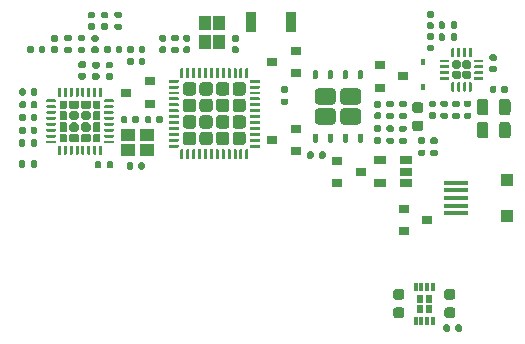
<source format=gbr>
%TF.GenerationSoftware,KiCad,Pcbnew,(5.1.9-0-10_14)*%
%TF.CreationDate,2021-08-08T20:33:52+02:00*%
%TF.ProjectId,Leo_muziekdoos,4c656f5f-6d75-47a6-9965-6b646f6f732e,rev?*%
%TF.SameCoordinates,Original*%
%TF.FileFunction,Paste,Top*%
%TF.FilePolarity,Positive*%
%FSLAX46Y46*%
G04 Gerber Fmt 4.6, Leading zero omitted, Abs format (unit mm)*
G04 Created by KiCad (PCBNEW (5.1.9-0-10_14)) date 2021-08-08 20:33:52*
%MOMM*%
%LPD*%
G01*
G04 APERTURE LIST*
%ADD10R,0.900000X0.800000*%
%ADD11R,0.900000X1.700000*%
%ADD12R,0.580000X0.710000*%
%ADD13R,0.300000X0.750000*%
%ADD14R,1.000000X1.000000*%
%ADD15R,2.150000X0.400000*%
%ADD16R,1.000000X1.200000*%
%ADD17R,1.200000X1.000000*%
%ADD18C,0.100000*%
%ADD19R,1.060000X0.650000*%
%ADD20R,0.450000X0.600000*%
G04 APERTURE END LIST*
%TO.C,U5*%
G36*
G01*
X77932300Y-70369400D02*
X77257300Y-70369400D01*
G75*
G02*
X77194800Y-70306900I0J62500D01*
G01*
X77194800Y-70181900D01*
G75*
G02*
X77257300Y-70119400I62500J0D01*
G01*
X77932300Y-70119400D01*
G75*
G02*
X77994800Y-70181900I0J-62500D01*
G01*
X77994800Y-70306900D01*
G75*
G02*
X77932300Y-70369400I-62500J0D01*
G01*
G37*
G36*
G01*
X77932300Y-69869400D02*
X77257300Y-69869400D01*
G75*
G02*
X77194800Y-69806900I0J62500D01*
G01*
X77194800Y-69681900D01*
G75*
G02*
X77257300Y-69619400I62500J0D01*
G01*
X77932300Y-69619400D01*
G75*
G02*
X77994800Y-69681900I0J-62500D01*
G01*
X77994800Y-69806900D01*
G75*
G02*
X77932300Y-69869400I-62500J0D01*
G01*
G37*
G36*
G01*
X77932300Y-69369400D02*
X77257300Y-69369400D01*
G75*
G02*
X77194800Y-69306900I0J62500D01*
G01*
X77194800Y-69181900D01*
G75*
G02*
X77257300Y-69119400I62500J0D01*
G01*
X77932300Y-69119400D01*
G75*
G02*
X77994800Y-69181900I0J-62500D01*
G01*
X77994800Y-69306900D01*
G75*
G02*
X77932300Y-69369400I-62500J0D01*
G01*
G37*
G36*
G01*
X77932300Y-68869400D02*
X77257300Y-68869400D01*
G75*
G02*
X77194800Y-68806900I0J62500D01*
G01*
X77194800Y-68681900D01*
G75*
G02*
X77257300Y-68619400I62500J0D01*
G01*
X77932300Y-68619400D01*
G75*
G02*
X77994800Y-68681900I0J-62500D01*
G01*
X77994800Y-68806900D01*
G75*
G02*
X77932300Y-68869400I-62500J0D01*
G01*
G37*
G36*
G01*
X78357300Y-68444400D02*
X78232300Y-68444400D01*
G75*
G02*
X78169800Y-68381900I0J62500D01*
G01*
X78169800Y-67706900D01*
G75*
G02*
X78232300Y-67644400I62500J0D01*
G01*
X78357300Y-67644400D01*
G75*
G02*
X78419800Y-67706900I0J-62500D01*
G01*
X78419800Y-68381900D01*
G75*
G02*
X78357300Y-68444400I-62500J0D01*
G01*
G37*
G36*
G01*
X78857300Y-68444400D02*
X78732300Y-68444400D01*
G75*
G02*
X78669800Y-68381900I0J62500D01*
G01*
X78669800Y-67706900D01*
G75*
G02*
X78732300Y-67644400I62500J0D01*
G01*
X78857300Y-67644400D01*
G75*
G02*
X78919800Y-67706900I0J-62500D01*
G01*
X78919800Y-68381900D01*
G75*
G02*
X78857300Y-68444400I-62500J0D01*
G01*
G37*
G36*
G01*
X79357300Y-68444400D02*
X79232300Y-68444400D01*
G75*
G02*
X79169800Y-68381900I0J62500D01*
G01*
X79169800Y-67706900D01*
G75*
G02*
X79232300Y-67644400I62500J0D01*
G01*
X79357300Y-67644400D01*
G75*
G02*
X79419800Y-67706900I0J-62500D01*
G01*
X79419800Y-68381900D01*
G75*
G02*
X79357300Y-68444400I-62500J0D01*
G01*
G37*
G36*
G01*
X79857300Y-68444400D02*
X79732300Y-68444400D01*
G75*
G02*
X79669800Y-68381900I0J62500D01*
G01*
X79669800Y-67706900D01*
G75*
G02*
X79732300Y-67644400I62500J0D01*
G01*
X79857300Y-67644400D01*
G75*
G02*
X79919800Y-67706900I0J-62500D01*
G01*
X79919800Y-68381900D01*
G75*
G02*
X79857300Y-68444400I-62500J0D01*
G01*
G37*
G36*
G01*
X80832300Y-68869400D02*
X80157300Y-68869400D01*
G75*
G02*
X80094800Y-68806900I0J62500D01*
G01*
X80094800Y-68681900D01*
G75*
G02*
X80157300Y-68619400I62500J0D01*
G01*
X80832300Y-68619400D01*
G75*
G02*
X80894800Y-68681900I0J-62500D01*
G01*
X80894800Y-68806900D01*
G75*
G02*
X80832300Y-68869400I-62500J0D01*
G01*
G37*
G36*
G01*
X80832300Y-69369400D02*
X80157300Y-69369400D01*
G75*
G02*
X80094800Y-69306900I0J62500D01*
G01*
X80094800Y-69181900D01*
G75*
G02*
X80157300Y-69119400I62500J0D01*
G01*
X80832300Y-69119400D01*
G75*
G02*
X80894800Y-69181900I0J-62500D01*
G01*
X80894800Y-69306900D01*
G75*
G02*
X80832300Y-69369400I-62500J0D01*
G01*
G37*
G36*
G01*
X80832300Y-69869400D02*
X80157300Y-69869400D01*
G75*
G02*
X80094800Y-69806900I0J62500D01*
G01*
X80094800Y-69681900D01*
G75*
G02*
X80157300Y-69619400I62500J0D01*
G01*
X80832300Y-69619400D01*
G75*
G02*
X80894800Y-69681900I0J-62500D01*
G01*
X80894800Y-69806900D01*
G75*
G02*
X80832300Y-69869400I-62500J0D01*
G01*
G37*
G36*
G01*
X80832300Y-70369400D02*
X80157300Y-70369400D01*
G75*
G02*
X80094800Y-70306900I0J62500D01*
G01*
X80094800Y-70181900D01*
G75*
G02*
X80157300Y-70119400I62500J0D01*
G01*
X80832300Y-70119400D01*
G75*
G02*
X80894800Y-70181900I0J-62500D01*
G01*
X80894800Y-70306900D01*
G75*
G02*
X80832300Y-70369400I-62500J0D01*
G01*
G37*
G36*
G01*
X79857300Y-71344400D02*
X79732300Y-71344400D01*
G75*
G02*
X79669800Y-71281900I0J62500D01*
G01*
X79669800Y-70606900D01*
G75*
G02*
X79732300Y-70544400I62500J0D01*
G01*
X79857300Y-70544400D01*
G75*
G02*
X79919800Y-70606900I0J-62500D01*
G01*
X79919800Y-71281900D01*
G75*
G02*
X79857300Y-71344400I-62500J0D01*
G01*
G37*
G36*
G01*
X79357300Y-71344400D02*
X79232300Y-71344400D01*
G75*
G02*
X79169800Y-71281900I0J62500D01*
G01*
X79169800Y-70606900D01*
G75*
G02*
X79232300Y-70544400I62500J0D01*
G01*
X79357300Y-70544400D01*
G75*
G02*
X79419800Y-70606900I0J-62500D01*
G01*
X79419800Y-71281900D01*
G75*
G02*
X79357300Y-71344400I-62500J0D01*
G01*
G37*
G36*
G01*
X78857300Y-71344400D02*
X78732300Y-71344400D01*
G75*
G02*
X78669800Y-71281900I0J62500D01*
G01*
X78669800Y-70606900D01*
G75*
G02*
X78732300Y-70544400I62500J0D01*
G01*
X78857300Y-70544400D01*
G75*
G02*
X78919800Y-70606900I0J-62500D01*
G01*
X78919800Y-71281900D01*
G75*
G02*
X78857300Y-71344400I-62500J0D01*
G01*
G37*
G36*
G01*
X78357300Y-71344400D02*
X78232300Y-71344400D01*
G75*
G02*
X78169800Y-71281900I0J62500D01*
G01*
X78169800Y-70606900D01*
G75*
G02*
X78232300Y-70544400I62500J0D01*
G01*
X78357300Y-70544400D01*
G75*
G02*
X78419800Y-70606900I0J-62500D01*
G01*
X78419800Y-71281900D01*
G75*
G02*
X78357300Y-71344400I-62500J0D01*
G01*
G37*
G36*
G01*
X79654800Y-69439400D02*
X79284800Y-69439400D01*
G75*
G02*
X79099800Y-69254400I0J185000D01*
G01*
X79099800Y-68884400D01*
G75*
G02*
X79284800Y-68699400I185000J0D01*
G01*
X79654800Y-68699400D01*
G75*
G02*
X79839800Y-68884400I0J-185000D01*
G01*
X79839800Y-69254400D01*
G75*
G02*
X79654800Y-69439400I-185000J0D01*
G01*
G37*
G36*
G01*
X78804800Y-69439400D02*
X78434800Y-69439400D01*
G75*
G02*
X78249800Y-69254400I0J185000D01*
G01*
X78249800Y-68884400D01*
G75*
G02*
X78434800Y-68699400I185000J0D01*
G01*
X78804800Y-68699400D01*
G75*
G02*
X78989800Y-68884400I0J-185000D01*
G01*
X78989800Y-69254400D01*
G75*
G02*
X78804800Y-69439400I-185000J0D01*
G01*
G37*
G36*
G01*
X79654800Y-70289400D02*
X79284800Y-70289400D01*
G75*
G02*
X79099800Y-70104400I0J185000D01*
G01*
X79099800Y-69734400D01*
G75*
G02*
X79284800Y-69549400I185000J0D01*
G01*
X79654800Y-69549400D01*
G75*
G02*
X79839800Y-69734400I0J-185000D01*
G01*
X79839800Y-70104400D01*
G75*
G02*
X79654800Y-70289400I-185000J0D01*
G01*
G37*
G36*
G01*
X78804800Y-70289400D02*
X78434800Y-70289400D01*
G75*
G02*
X78249800Y-70104400I0J185000D01*
G01*
X78249800Y-69734400D01*
G75*
G02*
X78434800Y-69549400I185000J0D01*
G01*
X78804800Y-69549400D01*
G75*
G02*
X78989800Y-69734400I0J-185000D01*
G01*
X78989800Y-70104400D01*
G75*
G02*
X78804800Y-70289400I-185000J0D01*
G01*
G37*
%TD*%
%TO.C,C5*%
G36*
G01*
X75586400Y-73131800D02*
X75086400Y-73131800D01*
G75*
G02*
X74861400Y-72906800I0J225000D01*
G01*
X74861400Y-72456800D01*
G75*
G02*
X75086400Y-72231800I225000J0D01*
G01*
X75586400Y-72231800D01*
G75*
G02*
X75811400Y-72456800I0J-225000D01*
G01*
X75811400Y-72906800D01*
G75*
G02*
X75586400Y-73131800I-225000J0D01*
G01*
G37*
G36*
G01*
X75586400Y-74681800D02*
X75086400Y-74681800D01*
G75*
G02*
X74861400Y-74456800I0J225000D01*
G01*
X74861400Y-74006800D01*
G75*
G02*
X75086400Y-73781800I225000J0D01*
G01*
X75586400Y-73781800D01*
G75*
G02*
X75811400Y-74006800I0J-225000D01*
G01*
X75811400Y-74456800D01*
G75*
G02*
X75586400Y-74681800I-225000J0D01*
G01*
G37*
%TD*%
%TO.C,C3*%
G36*
G01*
X73473500Y-89606000D02*
X73973500Y-89606000D01*
G75*
G02*
X74198500Y-89831000I0J-225000D01*
G01*
X74198500Y-90281000D01*
G75*
G02*
X73973500Y-90506000I-225000J0D01*
G01*
X73473500Y-90506000D01*
G75*
G02*
X73248500Y-90281000I0J225000D01*
G01*
X73248500Y-89831000D01*
G75*
G02*
X73473500Y-89606000I225000J0D01*
G01*
G37*
G36*
G01*
X73473500Y-88056000D02*
X73973500Y-88056000D01*
G75*
G02*
X74198500Y-88281000I0J-225000D01*
G01*
X74198500Y-88731000D01*
G75*
G02*
X73973500Y-88956000I-225000J0D01*
G01*
X73473500Y-88956000D01*
G75*
G02*
X73248500Y-88731000I0J225000D01*
G01*
X73248500Y-88281000D01*
G75*
G02*
X73473500Y-88056000I225000J0D01*
G01*
G37*
%TD*%
%TO.C,C1*%
G36*
G01*
X77804200Y-89606000D02*
X78304200Y-89606000D01*
G75*
G02*
X78529200Y-89831000I0J-225000D01*
G01*
X78529200Y-90281000D01*
G75*
G02*
X78304200Y-90506000I-225000J0D01*
G01*
X77804200Y-90506000D01*
G75*
G02*
X77579200Y-90281000I0J225000D01*
G01*
X77579200Y-89831000D01*
G75*
G02*
X77804200Y-89606000I225000J0D01*
G01*
G37*
G36*
G01*
X77804200Y-88056000D02*
X78304200Y-88056000D01*
G75*
G02*
X78529200Y-88281000I0J-225000D01*
G01*
X78529200Y-88731000D01*
G75*
G02*
X78304200Y-88956000I-225000J0D01*
G01*
X77804200Y-88956000D01*
G75*
G02*
X77579200Y-88731000I0J225000D01*
G01*
X77579200Y-88281000D01*
G75*
G02*
X77804200Y-88056000I225000J0D01*
G01*
G37*
%TD*%
%TO.C,C4*%
G36*
G01*
X76751000Y-72672600D02*
X76411000Y-72672600D01*
G75*
G02*
X76271000Y-72532600I0J140000D01*
G01*
X76271000Y-72252600D01*
G75*
G02*
X76411000Y-72112600I140000J0D01*
G01*
X76751000Y-72112600D01*
G75*
G02*
X76891000Y-72252600I0J-140000D01*
G01*
X76891000Y-72532600D01*
G75*
G02*
X76751000Y-72672600I-140000J0D01*
G01*
G37*
G36*
G01*
X76751000Y-73632600D02*
X76411000Y-73632600D01*
G75*
G02*
X76271000Y-73492600I0J140000D01*
G01*
X76271000Y-73212600D01*
G75*
G02*
X76411000Y-73072600I140000J0D01*
G01*
X76751000Y-73072600D01*
G75*
G02*
X76891000Y-73212600I0J-140000D01*
G01*
X76891000Y-73492600D01*
G75*
G02*
X76751000Y-73632600I-140000J0D01*
G01*
G37*
%TD*%
D10*
%TO.C,U8*%
X50663600Y-71424800D03*
X52663600Y-70474800D03*
X52663600Y-72374800D03*
%TD*%
%TO.C,C2*%
G36*
G01*
X72102800Y-72698000D02*
X71762800Y-72698000D01*
G75*
G02*
X71622800Y-72558000I0J140000D01*
G01*
X71622800Y-72278000D01*
G75*
G02*
X71762800Y-72138000I140000J0D01*
G01*
X72102800Y-72138000D01*
G75*
G02*
X72242800Y-72278000I0J-140000D01*
G01*
X72242800Y-72558000D01*
G75*
G02*
X72102800Y-72698000I-140000J0D01*
G01*
G37*
G36*
G01*
X72102800Y-73658000D02*
X71762800Y-73658000D01*
G75*
G02*
X71622800Y-73518000I0J140000D01*
G01*
X71622800Y-73238000D01*
G75*
G02*
X71762800Y-73098000I140000J0D01*
G01*
X72102800Y-73098000D01*
G75*
G02*
X72242800Y-73238000I0J-140000D01*
G01*
X72242800Y-73518000D01*
G75*
G02*
X72102800Y-73658000I-140000J0D01*
G01*
G37*
%TD*%
D11*
%TO.C,SW1*%
X64590400Y-65405000D03*
X61190400Y-65405000D03*
%TD*%
D12*
%TO.C,U1*%
X76257700Y-88894300D03*
X76257700Y-89769300D03*
X75532700Y-89769300D03*
X75532700Y-88894300D03*
D13*
X76645200Y-90781800D03*
X76145200Y-90781800D03*
X75645200Y-90781800D03*
X75145200Y-90781800D03*
X75145200Y-87881800D03*
X75645200Y-87881800D03*
X76145200Y-87881800D03*
X76645200Y-87881800D03*
%TD*%
%TO.C,C15*%
G36*
G01*
X42154500Y-71204000D02*
X42154500Y-71544000D01*
G75*
G02*
X42014500Y-71684000I-140000J0D01*
G01*
X41734500Y-71684000D01*
G75*
G02*
X41594500Y-71544000I0J140000D01*
G01*
X41594500Y-71204000D01*
G75*
G02*
X41734500Y-71064000I140000J0D01*
G01*
X42014500Y-71064000D01*
G75*
G02*
X42154500Y-71204000I0J-140000D01*
G01*
G37*
G36*
G01*
X43114500Y-71204000D02*
X43114500Y-71544000D01*
G75*
G02*
X42974500Y-71684000I-140000J0D01*
G01*
X42694500Y-71684000D01*
G75*
G02*
X42554500Y-71544000I0J140000D01*
G01*
X42554500Y-71204000D01*
G75*
G02*
X42694500Y-71064000I140000J0D01*
G01*
X42974500Y-71064000D01*
G75*
G02*
X43114500Y-71204000I0J-140000D01*
G01*
G37*
%TD*%
%TO.C,C14*%
G36*
G01*
X42154500Y-74442500D02*
X42154500Y-74782500D01*
G75*
G02*
X42014500Y-74922500I-140000J0D01*
G01*
X41734500Y-74922500D01*
G75*
G02*
X41594500Y-74782500I0J140000D01*
G01*
X41594500Y-74442500D01*
G75*
G02*
X41734500Y-74302500I140000J0D01*
G01*
X42014500Y-74302500D01*
G75*
G02*
X42154500Y-74442500I0J-140000D01*
G01*
G37*
G36*
G01*
X43114500Y-74442500D02*
X43114500Y-74782500D01*
G75*
G02*
X42974500Y-74922500I-140000J0D01*
G01*
X42694500Y-74922500D01*
G75*
G02*
X42554500Y-74782500I0J140000D01*
G01*
X42554500Y-74442500D01*
G75*
G02*
X42694500Y-74302500I140000J0D01*
G01*
X42974500Y-74302500D01*
G75*
G02*
X43114500Y-74442500I0J-140000D01*
G01*
G37*
%TD*%
%TO.C,C13*%
G36*
G01*
X42154500Y-73363000D02*
X42154500Y-73703000D01*
G75*
G02*
X42014500Y-73843000I-140000J0D01*
G01*
X41734500Y-73843000D01*
G75*
G02*
X41594500Y-73703000I0J140000D01*
G01*
X41594500Y-73363000D01*
G75*
G02*
X41734500Y-73223000I140000J0D01*
G01*
X42014500Y-73223000D01*
G75*
G02*
X42154500Y-73363000I0J-140000D01*
G01*
G37*
G36*
G01*
X43114500Y-73363000D02*
X43114500Y-73703000D01*
G75*
G02*
X42974500Y-73843000I-140000J0D01*
G01*
X42694500Y-73843000D01*
G75*
G02*
X42554500Y-73703000I0J140000D01*
G01*
X42554500Y-73363000D01*
G75*
G02*
X42694500Y-73223000I140000J0D01*
G01*
X42974500Y-73223000D01*
G75*
G02*
X43114500Y-73363000I0J-140000D01*
G01*
G37*
%TD*%
%TO.C,C12*%
G36*
G01*
X42154500Y-72283500D02*
X42154500Y-72623500D01*
G75*
G02*
X42014500Y-72763500I-140000J0D01*
G01*
X41734500Y-72763500D01*
G75*
G02*
X41594500Y-72623500I0J140000D01*
G01*
X41594500Y-72283500D01*
G75*
G02*
X41734500Y-72143500I140000J0D01*
G01*
X42014500Y-72143500D01*
G75*
G02*
X42154500Y-72283500I0J-140000D01*
G01*
G37*
G36*
G01*
X43114500Y-72283500D02*
X43114500Y-72623500D01*
G75*
G02*
X42974500Y-72763500I-140000J0D01*
G01*
X42694500Y-72763500D01*
G75*
G02*
X42554500Y-72623500I0J140000D01*
G01*
X42554500Y-72283500D01*
G75*
G02*
X42694500Y-72143500I140000J0D01*
G01*
X42974500Y-72143500D01*
G75*
G02*
X43114500Y-72283500I0J-140000D01*
G01*
G37*
%TD*%
%TO.C,R11*%
G36*
G01*
X78116400Y-65894800D02*
X78116400Y-65524800D01*
G75*
G02*
X78251400Y-65389800I135000J0D01*
G01*
X78521400Y-65389800D01*
G75*
G02*
X78656400Y-65524800I0J-135000D01*
G01*
X78656400Y-65894800D01*
G75*
G02*
X78521400Y-66029800I-135000J0D01*
G01*
X78251400Y-66029800D01*
G75*
G02*
X78116400Y-65894800I0J135000D01*
G01*
G37*
G36*
G01*
X77096400Y-65894800D02*
X77096400Y-65524800D01*
G75*
G02*
X77231400Y-65389800I135000J0D01*
G01*
X77501400Y-65389800D01*
G75*
G02*
X77636400Y-65524800I0J-135000D01*
G01*
X77636400Y-65894800D01*
G75*
G02*
X77501400Y-66029800I-135000J0D01*
G01*
X77231400Y-66029800D01*
G75*
G02*
X77096400Y-65894800I0J135000D01*
G01*
G37*
%TD*%
D14*
%TO.C,J2*%
X82861800Y-81840200D03*
D15*
X78551800Y-81640200D03*
D14*
X82861800Y-78840200D03*
D15*
X78551800Y-80990200D03*
X78551800Y-80340200D03*
X78551800Y-79690200D03*
X78551800Y-79040200D03*
%TD*%
%TO.C,R20*%
G36*
G01*
X50159500Y-65101500D02*
X49789500Y-65101500D01*
G75*
G02*
X49654500Y-64966500I0J135000D01*
G01*
X49654500Y-64696500D01*
G75*
G02*
X49789500Y-64561500I135000J0D01*
G01*
X50159500Y-64561500D01*
G75*
G02*
X50294500Y-64696500I0J-135000D01*
G01*
X50294500Y-64966500D01*
G75*
G02*
X50159500Y-65101500I-135000J0D01*
G01*
G37*
G36*
G01*
X50159500Y-66121500D02*
X49789500Y-66121500D01*
G75*
G02*
X49654500Y-65986500I0J135000D01*
G01*
X49654500Y-65716500D01*
G75*
G02*
X49789500Y-65581500I135000J0D01*
G01*
X50159500Y-65581500D01*
G75*
G02*
X50294500Y-65716500I0J-135000D01*
G01*
X50294500Y-65986500D01*
G75*
G02*
X50159500Y-66121500I-135000J0D01*
G01*
G37*
%TD*%
%TO.C,R19*%
G36*
G01*
X45535000Y-67550000D02*
X45905000Y-67550000D01*
G75*
G02*
X46040000Y-67685000I0J-135000D01*
G01*
X46040000Y-67955000D01*
G75*
G02*
X45905000Y-68090000I-135000J0D01*
G01*
X45535000Y-68090000D01*
G75*
G02*
X45400000Y-67955000I0J135000D01*
G01*
X45400000Y-67685000D01*
G75*
G02*
X45535000Y-67550000I135000J0D01*
G01*
G37*
G36*
G01*
X45535000Y-66530000D02*
X45905000Y-66530000D01*
G75*
G02*
X46040000Y-66665000I0J-135000D01*
G01*
X46040000Y-66935000D01*
G75*
G02*
X45905000Y-67070000I-135000J0D01*
G01*
X45535000Y-67070000D01*
G75*
G02*
X45400000Y-66935000I0J135000D01*
G01*
X45400000Y-66665000D01*
G75*
G02*
X45535000Y-66530000I135000J0D01*
G01*
G37*
%TD*%
%TO.C,R18*%
G36*
G01*
X46678000Y-67550000D02*
X47048000Y-67550000D01*
G75*
G02*
X47183000Y-67685000I0J-135000D01*
G01*
X47183000Y-67955000D01*
G75*
G02*
X47048000Y-68090000I-135000J0D01*
G01*
X46678000Y-68090000D01*
G75*
G02*
X46543000Y-67955000I0J135000D01*
G01*
X46543000Y-67685000D01*
G75*
G02*
X46678000Y-67550000I135000J0D01*
G01*
G37*
G36*
G01*
X46678000Y-66530000D02*
X47048000Y-66530000D01*
G75*
G02*
X47183000Y-66665000I0J-135000D01*
G01*
X47183000Y-66935000D01*
G75*
G02*
X47048000Y-67070000I-135000J0D01*
G01*
X46678000Y-67070000D01*
G75*
G02*
X46543000Y-66935000I0J135000D01*
G01*
X46543000Y-66665000D01*
G75*
G02*
X46678000Y-66530000I135000J0D01*
G01*
G37*
%TD*%
%TO.C,L2*%
G36*
G01*
X46754000Y-69735200D02*
X47099000Y-69735200D01*
G75*
G02*
X47246500Y-69882700I0J-147500D01*
G01*
X47246500Y-70177700D01*
G75*
G02*
X47099000Y-70325200I-147500J0D01*
G01*
X46754000Y-70325200D01*
G75*
G02*
X46606500Y-70177700I0J147500D01*
G01*
X46606500Y-69882700D01*
G75*
G02*
X46754000Y-69735200I147500J0D01*
G01*
G37*
G36*
G01*
X46754000Y-68765200D02*
X47099000Y-68765200D01*
G75*
G02*
X47246500Y-68912700I0J-147500D01*
G01*
X47246500Y-69207700D01*
G75*
G02*
X47099000Y-69355200I-147500J0D01*
G01*
X46754000Y-69355200D01*
G75*
G02*
X46606500Y-69207700I0J147500D01*
G01*
X46606500Y-68912700D01*
G75*
G02*
X46754000Y-68765200I147500J0D01*
G01*
G37*
%TD*%
%TO.C,L1*%
G36*
G01*
X47897000Y-69773300D02*
X48242000Y-69773300D01*
G75*
G02*
X48389500Y-69920800I0J-147500D01*
G01*
X48389500Y-70215800D01*
G75*
G02*
X48242000Y-70363300I-147500J0D01*
G01*
X47897000Y-70363300D01*
G75*
G02*
X47749500Y-70215800I0J147500D01*
G01*
X47749500Y-69920800D01*
G75*
G02*
X47897000Y-69773300I147500J0D01*
G01*
G37*
G36*
G01*
X47897000Y-68803300D02*
X48242000Y-68803300D01*
G75*
G02*
X48389500Y-68950800I0J-147500D01*
G01*
X48389500Y-69245800D01*
G75*
G02*
X48242000Y-69393300I-147500J0D01*
G01*
X47897000Y-69393300D01*
G75*
G02*
X47749500Y-69245800I0J147500D01*
G01*
X47749500Y-68950800D01*
G75*
G02*
X47897000Y-68803300I147500J0D01*
G01*
G37*
%TD*%
%TO.C,C25*%
G36*
G01*
X49001500Y-65141500D02*
X48661500Y-65141500D01*
G75*
G02*
X48521500Y-65001500I0J140000D01*
G01*
X48521500Y-64721500D01*
G75*
G02*
X48661500Y-64581500I140000J0D01*
G01*
X49001500Y-64581500D01*
G75*
G02*
X49141500Y-64721500I0J-140000D01*
G01*
X49141500Y-65001500D01*
G75*
G02*
X49001500Y-65141500I-140000J0D01*
G01*
G37*
G36*
G01*
X49001500Y-66101500D02*
X48661500Y-66101500D01*
G75*
G02*
X48521500Y-65961500I0J140000D01*
G01*
X48521500Y-65681500D01*
G75*
G02*
X48661500Y-65541500I140000J0D01*
G01*
X49001500Y-65541500D01*
G75*
G02*
X49141500Y-65681500I0J-140000D01*
G01*
X49141500Y-65961500D01*
G75*
G02*
X49001500Y-66101500I-140000J0D01*
G01*
G37*
%TD*%
%TO.C,C24*%
G36*
G01*
X47858500Y-65141500D02*
X47518500Y-65141500D01*
G75*
G02*
X47378500Y-65001500I0J140000D01*
G01*
X47378500Y-64721500D01*
G75*
G02*
X47518500Y-64581500I140000J0D01*
G01*
X47858500Y-64581500D01*
G75*
G02*
X47998500Y-64721500I0J-140000D01*
G01*
X47998500Y-65001500D01*
G75*
G02*
X47858500Y-65141500I-140000J0D01*
G01*
G37*
G36*
G01*
X47858500Y-66101500D02*
X47518500Y-66101500D01*
G75*
G02*
X47378500Y-65961500I0J140000D01*
G01*
X47378500Y-65681500D01*
G75*
G02*
X47518500Y-65541500I140000J0D01*
G01*
X47858500Y-65541500D01*
G75*
G02*
X47998500Y-65681500I0J-140000D01*
G01*
X47998500Y-65961500D01*
G75*
G02*
X47858500Y-66101500I-140000J0D01*
G01*
G37*
%TD*%
%TO.C,C23*%
G36*
G01*
X44747000Y-67110000D02*
X44407000Y-67110000D01*
G75*
G02*
X44267000Y-66970000I0J140000D01*
G01*
X44267000Y-66690000D01*
G75*
G02*
X44407000Y-66550000I140000J0D01*
G01*
X44747000Y-66550000D01*
G75*
G02*
X44887000Y-66690000I0J-140000D01*
G01*
X44887000Y-66970000D01*
G75*
G02*
X44747000Y-67110000I-140000J0D01*
G01*
G37*
G36*
G01*
X44747000Y-68070000D02*
X44407000Y-68070000D01*
G75*
G02*
X44267000Y-67930000I0J140000D01*
G01*
X44267000Y-67650000D01*
G75*
G02*
X44407000Y-67510000I140000J0D01*
G01*
X44747000Y-67510000D01*
G75*
G02*
X44887000Y-67650000I0J-140000D01*
G01*
X44887000Y-67930000D01*
G75*
G02*
X44747000Y-68070000I-140000J0D01*
G01*
G37*
%TD*%
%TO.C,C20*%
G36*
G01*
X48176000Y-67110000D02*
X47836000Y-67110000D01*
G75*
G02*
X47696000Y-66970000I0J140000D01*
G01*
X47696000Y-66690000D01*
G75*
G02*
X47836000Y-66550000I140000J0D01*
G01*
X48176000Y-66550000D01*
G75*
G02*
X48316000Y-66690000I0J-140000D01*
G01*
X48316000Y-66970000D01*
G75*
G02*
X48176000Y-67110000I-140000J0D01*
G01*
G37*
G36*
G01*
X48176000Y-68070000D02*
X47836000Y-68070000D01*
G75*
G02*
X47696000Y-67930000I0J140000D01*
G01*
X47696000Y-67650000D01*
G75*
G02*
X47836000Y-67510000I140000J0D01*
G01*
X48176000Y-67510000D01*
G75*
G02*
X48316000Y-67650000I0J-140000D01*
G01*
X48316000Y-67930000D01*
G75*
G02*
X48176000Y-68070000I-140000J0D01*
G01*
G37*
%TD*%
%TO.C,C17*%
G36*
G01*
X43227600Y-67937200D02*
X43227600Y-67597200D01*
G75*
G02*
X43367600Y-67457200I140000J0D01*
G01*
X43647600Y-67457200D01*
G75*
G02*
X43787600Y-67597200I0J-140000D01*
G01*
X43787600Y-67937200D01*
G75*
G02*
X43647600Y-68077200I-140000J0D01*
G01*
X43367600Y-68077200D01*
G75*
G02*
X43227600Y-67937200I0J140000D01*
G01*
G37*
G36*
G01*
X42267600Y-67937200D02*
X42267600Y-67597200D01*
G75*
G02*
X42407600Y-67457200I140000J0D01*
G01*
X42687600Y-67457200D01*
G75*
G02*
X42827600Y-67597200I0J-140000D01*
G01*
X42827600Y-67937200D01*
G75*
G02*
X42687600Y-68077200I-140000J0D01*
G01*
X42407600Y-68077200D01*
G75*
G02*
X42267600Y-67937200I0J140000D01*
G01*
G37*
%TD*%
%TO.C,C16*%
G36*
G01*
X49755400Y-67937200D02*
X49755400Y-67597200D01*
G75*
G02*
X49895400Y-67457200I140000J0D01*
G01*
X50175400Y-67457200D01*
G75*
G02*
X50315400Y-67597200I0J-140000D01*
G01*
X50315400Y-67937200D01*
G75*
G02*
X50175400Y-68077200I-140000J0D01*
G01*
X49895400Y-68077200D01*
G75*
G02*
X49755400Y-67937200I0J140000D01*
G01*
G37*
G36*
G01*
X48795400Y-67937200D02*
X48795400Y-67597200D01*
G75*
G02*
X48935400Y-67457200I140000J0D01*
G01*
X49215400Y-67457200D01*
G75*
G02*
X49355400Y-67597200I0J-140000D01*
G01*
X49355400Y-67937200D01*
G75*
G02*
X49215400Y-68077200I-140000J0D01*
G01*
X48935400Y-68077200D01*
G75*
G02*
X48795400Y-67937200I0J140000D01*
G01*
G37*
%TD*%
%TO.C,R13*%
G36*
G01*
X78116400Y-66910800D02*
X78116400Y-66540800D01*
G75*
G02*
X78251400Y-66405800I135000J0D01*
G01*
X78521400Y-66405800D01*
G75*
G02*
X78656400Y-66540800I0J-135000D01*
G01*
X78656400Y-66910800D01*
G75*
G02*
X78521400Y-67045800I-135000J0D01*
G01*
X78251400Y-67045800D01*
G75*
G02*
X78116400Y-66910800I0J135000D01*
G01*
G37*
G36*
G01*
X77096400Y-66910800D02*
X77096400Y-66540800D01*
G75*
G02*
X77231400Y-66405800I135000J0D01*
G01*
X77501400Y-66405800D01*
G75*
G02*
X77636400Y-66540800I0J-135000D01*
G01*
X77636400Y-66910800D01*
G75*
G02*
X77501400Y-67045800I-135000J0D01*
G01*
X77231400Y-67045800D01*
G75*
G02*
X77096400Y-66910800I0J135000D01*
G01*
G37*
%TD*%
D16*
%TO.C,Y2*%
X58502400Y-65494000D03*
X58502400Y-67094000D03*
X57302400Y-67094000D03*
X57302400Y-65494000D03*
%TD*%
D17*
%TO.C,Y1*%
X50812800Y-75041200D03*
X52412800Y-75041200D03*
X52412800Y-76241200D03*
X50812800Y-76241200D03*
%TD*%
%TO.C,U6*%
G36*
G01*
X70270000Y-72428200D02*
X69040000Y-72428200D01*
G75*
G02*
X68790000Y-72178200I0J250000D01*
G01*
X68790000Y-71308200D01*
G75*
G02*
X69040000Y-71058200I250000J0D01*
G01*
X70270000Y-71058200D01*
G75*
G02*
X70520000Y-71308200I0J-250000D01*
G01*
X70520000Y-72178200D01*
G75*
G02*
X70270000Y-72428200I-250000J0D01*
G01*
G37*
G36*
G01*
X68120000Y-72428200D02*
X66890000Y-72428200D01*
G75*
G02*
X66640000Y-72178200I0J250000D01*
G01*
X66640000Y-71308200D01*
G75*
G02*
X66890000Y-71058200I250000J0D01*
G01*
X68120000Y-71058200D01*
G75*
G02*
X68370000Y-71308200I0J-250000D01*
G01*
X68370000Y-72178200D01*
G75*
G02*
X68120000Y-72428200I-250000J0D01*
G01*
G37*
G36*
G01*
X70270000Y-74128200D02*
X69040000Y-74128200D01*
G75*
G02*
X68790000Y-73878200I0J250000D01*
G01*
X68790000Y-73008200D01*
G75*
G02*
X69040000Y-72758200I250000J0D01*
G01*
X70270000Y-72758200D01*
G75*
G02*
X70520000Y-73008200I0J-250000D01*
G01*
X70520000Y-73878200D01*
G75*
G02*
X70270000Y-74128200I-250000J0D01*
G01*
G37*
G36*
G01*
X68120000Y-74128200D02*
X66890000Y-74128200D01*
G75*
G02*
X66640000Y-73878200I0J250000D01*
G01*
X66640000Y-73008200D01*
G75*
G02*
X66890000Y-72758200I250000J0D01*
G01*
X68120000Y-72758200D01*
G75*
G02*
X68370000Y-73008200I0J-250000D01*
G01*
X68370000Y-73878200D01*
G75*
G02*
X68120000Y-74128200I-250000J0D01*
G01*
G37*
G36*
G01*
X66800000Y-70268200D02*
X66550000Y-70268200D01*
G75*
G02*
X66425000Y-70143200I0J125000D01*
G01*
X66425000Y-69643200D01*
G75*
G02*
X66550000Y-69518200I125000J0D01*
G01*
X66800000Y-69518200D01*
G75*
G02*
X66925000Y-69643200I0J-125000D01*
G01*
X66925000Y-70143200D01*
G75*
G02*
X66800000Y-70268200I-125000J0D01*
G01*
G37*
G36*
G01*
X68070000Y-70268200D02*
X67820000Y-70268200D01*
G75*
G02*
X67695000Y-70143200I0J125000D01*
G01*
X67695000Y-69643200D01*
G75*
G02*
X67820000Y-69518200I125000J0D01*
G01*
X68070000Y-69518200D01*
G75*
G02*
X68195000Y-69643200I0J-125000D01*
G01*
X68195000Y-70143200D01*
G75*
G02*
X68070000Y-70268200I-125000J0D01*
G01*
G37*
G36*
G01*
X69340000Y-70268200D02*
X69090000Y-70268200D01*
G75*
G02*
X68965000Y-70143200I0J125000D01*
G01*
X68965000Y-69643200D01*
G75*
G02*
X69090000Y-69518200I125000J0D01*
G01*
X69340000Y-69518200D01*
G75*
G02*
X69465000Y-69643200I0J-125000D01*
G01*
X69465000Y-70143200D01*
G75*
G02*
X69340000Y-70268200I-125000J0D01*
G01*
G37*
G36*
G01*
X70610000Y-70268200D02*
X70360000Y-70268200D01*
G75*
G02*
X70235000Y-70143200I0J125000D01*
G01*
X70235000Y-69643200D01*
G75*
G02*
X70360000Y-69518200I125000J0D01*
G01*
X70610000Y-69518200D01*
G75*
G02*
X70735000Y-69643200I0J-125000D01*
G01*
X70735000Y-70143200D01*
G75*
G02*
X70610000Y-70268200I-125000J0D01*
G01*
G37*
G36*
G01*
X70610000Y-75668200D02*
X70360000Y-75668200D01*
G75*
G02*
X70235000Y-75543200I0J125000D01*
G01*
X70235000Y-75043200D01*
G75*
G02*
X70360000Y-74918200I125000J0D01*
G01*
X70610000Y-74918200D01*
G75*
G02*
X70735000Y-75043200I0J-125000D01*
G01*
X70735000Y-75543200D01*
G75*
G02*
X70610000Y-75668200I-125000J0D01*
G01*
G37*
G36*
G01*
X69340000Y-75668200D02*
X69090000Y-75668200D01*
G75*
G02*
X68965000Y-75543200I0J125000D01*
G01*
X68965000Y-75043200D01*
G75*
G02*
X69090000Y-74918200I125000J0D01*
G01*
X69340000Y-74918200D01*
G75*
G02*
X69465000Y-75043200I0J-125000D01*
G01*
X69465000Y-75543200D01*
G75*
G02*
X69340000Y-75668200I-125000J0D01*
G01*
G37*
G36*
G01*
X68070000Y-75668200D02*
X67820000Y-75668200D01*
G75*
G02*
X67695000Y-75543200I0J125000D01*
G01*
X67695000Y-75043200D01*
G75*
G02*
X67820000Y-74918200I125000J0D01*
G01*
X68070000Y-74918200D01*
G75*
G02*
X68195000Y-75043200I0J-125000D01*
G01*
X68195000Y-75543200D01*
G75*
G02*
X68070000Y-75668200I-125000J0D01*
G01*
G37*
G36*
G01*
X66800000Y-75668200D02*
X66550000Y-75668200D01*
G75*
G02*
X66425000Y-75543200I0J125000D01*
G01*
X66425000Y-75043200D01*
G75*
G02*
X66550000Y-74918200I125000J0D01*
G01*
X66800000Y-74918200D01*
G75*
G02*
X66925000Y-75043200I0J-125000D01*
G01*
X66925000Y-75543200D01*
G75*
G02*
X66800000Y-75668200I-125000J0D01*
G01*
G37*
%TD*%
D18*
%TO.C,U3*%
G36*
X45656753Y-75500239D02*
G01*
X45651610Y-75517194D01*
X45643258Y-75532821D01*
X45632017Y-75546517D01*
X45618321Y-75557758D01*
X45602694Y-75566110D01*
X45585739Y-75571253D01*
X45568106Y-75572990D01*
X45103894Y-75572990D01*
X45086261Y-75571253D01*
X45069306Y-75566110D01*
X45053679Y-75557758D01*
X45039983Y-75546517D01*
X45028742Y-75532821D01*
X45020390Y-75517194D01*
X45015247Y-75500239D01*
X45013510Y-75482606D01*
X45013510Y-75018394D01*
X45015247Y-75000761D01*
X45020390Y-74983806D01*
X45028742Y-74968179D01*
X45039983Y-74954483D01*
X45053679Y-74943242D01*
X45069306Y-74934890D01*
X45086261Y-74929747D01*
X45103894Y-74928010D01*
X45493228Y-74928010D01*
X45510861Y-74929747D01*
X45527816Y-74934890D01*
X45543443Y-74943242D01*
X45557139Y-74954483D01*
X45632017Y-75029361D01*
X45643258Y-75043057D01*
X45651610Y-75058684D01*
X45656753Y-75075639D01*
X45658490Y-75093272D01*
X45658490Y-75482606D01*
X45656753Y-75500239D01*
G37*
G36*
X48456753Y-75500239D02*
G01*
X48451610Y-75517194D01*
X48443258Y-75532821D01*
X48432017Y-75546517D01*
X48418321Y-75557758D01*
X48402694Y-75566110D01*
X48385739Y-75571253D01*
X48368106Y-75572990D01*
X47903894Y-75572990D01*
X47886261Y-75571253D01*
X47869306Y-75566110D01*
X47853679Y-75557758D01*
X47839983Y-75546517D01*
X47828742Y-75532821D01*
X47820390Y-75517194D01*
X47815247Y-75500239D01*
X47813510Y-75482606D01*
X47813510Y-75093272D01*
X47815247Y-75075639D01*
X47820390Y-75058684D01*
X47828742Y-75043057D01*
X47839983Y-75029361D01*
X47914861Y-74954483D01*
X47928557Y-74943242D01*
X47944184Y-74934890D01*
X47961139Y-74929747D01*
X47978772Y-74928010D01*
X48368106Y-74928010D01*
X48385739Y-74929747D01*
X48402694Y-74934890D01*
X48418321Y-74943242D01*
X48432017Y-74954483D01*
X48443258Y-74968179D01*
X48451610Y-74983806D01*
X48456753Y-75000761D01*
X48458490Y-75018394D01*
X48458490Y-75482606D01*
X48456753Y-75500239D01*
G37*
G36*
X45656753Y-72625361D02*
G01*
X45651610Y-72642316D01*
X45643258Y-72657943D01*
X45632017Y-72671639D01*
X45557139Y-72746517D01*
X45543443Y-72757758D01*
X45527816Y-72766110D01*
X45510861Y-72771253D01*
X45493228Y-72772990D01*
X45103894Y-72772990D01*
X45086261Y-72771253D01*
X45069306Y-72766110D01*
X45053679Y-72757758D01*
X45039983Y-72746517D01*
X45028742Y-72732821D01*
X45020390Y-72717194D01*
X45015247Y-72700239D01*
X45013510Y-72682606D01*
X45013510Y-72218394D01*
X45015247Y-72200761D01*
X45020390Y-72183806D01*
X45028742Y-72168179D01*
X45039983Y-72154483D01*
X45053679Y-72143242D01*
X45069306Y-72134890D01*
X45086261Y-72129747D01*
X45103894Y-72128010D01*
X45568106Y-72128010D01*
X45585739Y-72129747D01*
X45602694Y-72134890D01*
X45618321Y-72143242D01*
X45632017Y-72154483D01*
X45643258Y-72168179D01*
X45651610Y-72183806D01*
X45656753Y-72200761D01*
X45658490Y-72218394D01*
X45658490Y-72607728D01*
X45656753Y-72625361D01*
G37*
G36*
X48456753Y-72700239D02*
G01*
X48451610Y-72717194D01*
X48443258Y-72732821D01*
X48432017Y-72746517D01*
X48418321Y-72757758D01*
X48402694Y-72766110D01*
X48385739Y-72771253D01*
X48368106Y-72772990D01*
X47978772Y-72772990D01*
X47961139Y-72771253D01*
X47944184Y-72766110D01*
X47928557Y-72757758D01*
X47914861Y-72746517D01*
X47839983Y-72671639D01*
X47828742Y-72657943D01*
X47820390Y-72642316D01*
X47815247Y-72625361D01*
X47813510Y-72607728D01*
X47813510Y-72218394D01*
X47815247Y-72200761D01*
X47820390Y-72183806D01*
X47828742Y-72168179D01*
X47839983Y-72154483D01*
X47853679Y-72143242D01*
X47869306Y-72134890D01*
X47886261Y-72129747D01*
X47903894Y-72128010D01*
X48368106Y-72128010D01*
X48385739Y-72129747D01*
X48402694Y-72134890D01*
X48418321Y-72143242D01*
X48432017Y-72154483D01*
X48443258Y-72168179D01*
X48451610Y-72183806D01*
X48456753Y-72200761D01*
X48458490Y-72218394D01*
X48458490Y-72682606D01*
X48456753Y-72700239D01*
G37*
G36*
X45657017Y-74628364D02*
G01*
X45652653Y-74642749D01*
X45645567Y-74656007D01*
X45636030Y-74667627D01*
X45572504Y-74731153D01*
X45560884Y-74740690D01*
X45547626Y-74747776D01*
X45533241Y-74752140D01*
X45518281Y-74753613D01*
X45090193Y-74753613D01*
X45075233Y-74752140D01*
X45060848Y-74747776D01*
X45047590Y-74740690D01*
X45035970Y-74731153D01*
X45026433Y-74719533D01*
X45019347Y-74706275D01*
X45014983Y-74691890D01*
X45013510Y-74676930D01*
X45013510Y-74024070D01*
X45014983Y-74009110D01*
X45019347Y-73994725D01*
X45026433Y-73981467D01*
X45035970Y-73969847D01*
X45047590Y-73960310D01*
X45060848Y-73953224D01*
X45075233Y-73948860D01*
X45090193Y-73947387D01*
X45518281Y-73947387D01*
X45533241Y-73948860D01*
X45547626Y-73953224D01*
X45560884Y-73960310D01*
X45572504Y-73969847D01*
X45636030Y-74033373D01*
X45645567Y-74044993D01*
X45652653Y-74058251D01*
X45657017Y-74072636D01*
X45658490Y-74087596D01*
X45658490Y-74613404D01*
X45657017Y-74628364D01*
G37*
G36*
X45657017Y-73628364D02*
G01*
X45652653Y-73642749D01*
X45645567Y-73656007D01*
X45636030Y-73667627D01*
X45572504Y-73731153D01*
X45560884Y-73740690D01*
X45547626Y-73747776D01*
X45533241Y-73752140D01*
X45518281Y-73753613D01*
X45090193Y-73753613D01*
X45075233Y-73752140D01*
X45060848Y-73747776D01*
X45047590Y-73740690D01*
X45035970Y-73731153D01*
X45026433Y-73719533D01*
X45019347Y-73706275D01*
X45014983Y-73691890D01*
X45013510Y-73676930D01*
X45013510Y-73024070D01*
X45014983Y-73009110D01*
X45019347Y-72994725D01*
X45026433Y-72981467D01*
X45035970Y-72969847D01*
X45047590Y-72960310D01*
X45060848Y-72953224D01*
X45075233Y-72948860D01*
X45090193Y-72947387D01*
X45518281Y-72947387D01*
X45533241Y-72948860D01*
X45547626Y-72953224D01*
X45560884Y-72960310D01*
X45572504Y-72969847D01*
X45636030Y-73033373D01*
X45645567Y-73044993D01*
X45652653Y-73058251D01*
X45657017Y-73072636D01*
X45658490Y-73087596D01*
X45658490Y-73613404D01*
X45657017Y-73628364D01*
G37*
G36*
X48457017Y-74691890D02*
G01*
X48452653Y-74706275D01*
X48445567Y-74719533D01*
X48436030Y-74731153D01*
X48424410Y-74740690D01*
X48411152Y-74747776D01*
X48396767Y-74752140D01*
X48381807Y-74753613D01*
X47953719Y-74753613D01*
X47938759Y-74752140D01*
X47924374Y-74747776D01*
X47911116Y-74740690D01*
X47899496Y-74731153D01*
X47835970Y-74667627D01*
X47826433Y-74656007D01*
X47819347Y-74642749D01*
X47814983Y-74628364D01*
X47813510Y-74613404D01*
X47813510Y-74087596D01*
X47814983Y-74072636D01*
X47819347Y-74058251D01*
X47826433Y-74044993D01*
X47835970Y-74033373D01*
X47899496Y-73969847D01*
X47911116Y-73960310D01*
X47924374Y-73953224D01*
X47938759Y-73948860D01*
X47953719Y-73947387D01*
X48381807Y-73947387D01*
X48396767Y-73948860D01*
X48411152Y-73953224D01*
X48424410Y-73960310D01*
X48436030Y-73969847D01*
X48445567Y-73981467D01*
X48452653Y-73994725D01*
X48457017Y-74009110D01*
X48458490Y-74024070D01*
X48458490Y-74676930D01*
X48457017Y-74691890D01*
G37*
G36*
X48457017Y-73691890D02*
G01*
X48452653Y-73706275D01*
X48445567Y-73719533D01*
X48436030Y-73731153D01*
X48424410Y-73740690D01*
X48411152Y-73747776D01*
X48396767Y-73752140D01*
X48381807Y-73753613D01*
X47953719Y-73753613D01*
X47938759Y-73752140D01*
X47924374Y-73747776D01*
X47911116Y-73740690D01*
X47899496Y-73731153D01*
X47835970Y-73667627D01*
X47826433Y-73656007D01*
X47819347Y-73642749D01*
X47814983Y-73628364D01*
X47813510Y-73613404D01*
X47813510Y-73087596D01*
X47814983Y-73072636D01*
X47819347Y-73058251D01*
X47826433Y-73044993D01*
X47835970Y-73033373D01*
X47899496Y-72969847D01*
X47911116Y-72960310D01*
X47924374Y-72953224D01*
X47938759Y-72948860D01*
X47953719Y-72947387D01*
X48381807Y-72947387D01*
X48396767Y-72948860D01*
X48411152Y-72953224D01*
X48424410Y-72960310D01*
X48436030Y-72969847D01*
X48445567Y-72981467D01*
X48452653Y-72994725D01*
X48457017Y-73009110D01*
X48458490Y-73024070D01*
X48458490Y-73676930D01*
X48457017Y-73691890D01*
G37*
G36*
X46637640Y-75511267D02*
G01*
X46633276Y-75525652D01*
X46626190Y-75538910D01*
X46616653Y-75550530D01*
X46605033Y-75560067D01*
X46591775Y-75567153D01*
X46577390Y-75571517D01*
X46562430Y-75572990D01*
X45909570Y-75572990D01*
X45894610Y-75571517D01*
X45880225Y-75567153D01*
X45866967Y-75560067D01*
X45855347Y-75550530D01*
X45845810Y-75538910D01*
X45838724Y-75525652D01*
X45834360Y-75511267D01*
X45832887Y-75496307D01*
X45832887Y-75068219D01*
X45834360Y-75053259D01*
X45838724Y-75038874D01*
X45845810Y-75025616D01*
X45855347Y-75013996D01*
X45918873Y-74950470D01*
X45930493Y-74940933D01*
X45943751Y-74933847D01*
X45958136Y-74929483D01*
X45973096Y-74928010D01*
X46498904Y-74928010D01*
X46513864Y-74929483D01*
X46528249Y-74933847D01*
X46541507Y-74940933D01*
X46553127Y-74950470D01*
X46616653Y-75013996D01*
X46626190Y-75025616D01*
X46633276Y-75038874D01*
X46637640Y-75053259D01*
X46639113Y-75068219D01*
X46639113Y-75496307D01*
X46637640Y-75511267D01*
G37*
G36*
X47637640Y-75511267D02*
G01*
X47633276Y-75525652D01*
X47626190Y-75538910D01*
X47616653Y-75550530D01*
X47605033Y-75560067D01*
X47591775Y-75567153D01*
X47577390Y-75571517D01*
X47562430Y-75572990D01*
X46909570Y-75572990D01*
X46894610Y-75571517D01*
X46880225Y-75567153D01*
X46866967Y-75560067D01*
X46855347Y-75550530D01*
X46845810Y-75538910D01*
X46838724Y-75525652D01*
X46834360Y-75511267D01*
X46832887Y-75496307D01*
X46832887Y-75068219D01*
X46834360Y-75053259D01*
X46838724Y-75038874D01*
X46845810Y-75025616D01*
X46855347Y-75013996D01*
X46918873Y-74950470D01*
X46930493Y-74940933D01*
X46943751Y-74933847D01*
X46958136Y-74929483D01*
X46973096Y-74928010D01*
X47498904Y-74928010D01*
X47513864Y-74929483D01*
X47528249Y-74933847D01*
X47541507Y-74940933D01*
X47553127Y-74950470D01*
X47616653Y-75013996D01*
X47626190Y-75025616D01*
X47633276Y-75038874D01*
X47637640Y-75053259D01*
X47639113Y-75068219D01*
X47639113Y-75496307D01*
X47637640Y-75511267D01*
G37*
G36*
X46637640Y-72647741D02*
G01*
X46633276Y-72662126D01*
X46626190Y-72675384D01*
X46616653Y-72687004D01*
X46553127Y-72750530D01*
X46541507Y-72760067D01*
X46528249Y-72767153D01*
X46513864Y-72771517D01*
X46498904Y-72772990D01*
X45973096Y-72772990D01*
X45958136Y-72771517D01*
X45943751Y-72767153D01*
X45930493Y-72760067D01*
X45918873Y-72750530D01*
X45855347Y-72687004D01*
X45845810Y-72675384D01*
X45838724Y-72662126D01*
X45834360Y-72647741D01*
X45832887Y-72632781D01*
X45832887Y-72204693D01*
X45834360Y-72189733D01*
X45838724Y-72175348D01*
X45845810Y-72162090D01*
X45855347Y-72150470D01*
X45866967Y-72140933D01*
X45880225Y-72133847D01*
X45894610Y-72129483D01*
X45909570Y-72128010D01*
X46562430Y-72128010D01*
X46577390Y-72129483D01*
X46591775Y-72133847D01*
X46605033Y-72140933D01*
X46616653Y-72150470D01*
X46626190Y-72162090D01*
X46633276Y-72175348D01*
X46637640Y-72189733D01*
X46639113Y-72204693D01*
X46639113Y-72632781D01*
X46637640Y-72647741D01*
G37*
G36*
X47637640Y-72647741D02*
G01*
X47633276Y-72662126D01*
X47626190Y-72675384D01*
X47616653Y-72687004D01*
X47553127Y-72750530D01*
X47541507Y-72760067D01*
X47528249Y-72767153D01*
X47513864Y-72771517D01*
X47498904Y-72772990D01*
X46973096Y-72772990D01*
X46958136Y-72771517D01*
X46943751Y-72767153D01*
X46930493Y-72760067D01*
X46918873Y-72750530D01*
X46855347Y-72687004D01*
X46845810Y-72675384D01*
X46838724Y-72662126D01*
X46834360Y-72647741D01*
X46832887Y-72632781D01*
X46832887Y-72204693D01*
X46834360Y-72189733D01*
X46838724Y-72175348D01*
X46845810Y-72162090D01*
X46855347Y-72150470D01*
X46866967Y-72140933D01*
X46880225Y-72133847D01*
X46894610Y-72129483D01*
X46909570Y-72128010D01*
X47562430Y-72128010D01*
X47577390Y-72129483D01*
X47591775Y-72133847D01*
X47605033Y-72140933D01*
X47616653Y-72150470D01*
X47626190Y-72162090D01*
X47633276Y-72175348D01*
X47637640Y-72189733D01*
X47639113Y-72204693D01*
X47639113Y-72632781D01*
X47637640Y-72647741D01*
G37*
G36*
G01*
X46034443Y-73947387D02*
X46437557Y-73947387D01*
G75*
G02*
X46639113Y-74148943I0J-201556D01*
G01*
X46639113Y-74552057D01*
G75*
G02*
X46437557Y-74753613I-201556J0D01*
G01*
X46034443Y-74753613D01*
G75*
G02*
X45832887Y-74552057I0J201556D01*
G01*
X45832887Y-74148943D01*
G75*
G02*
X46034443Y-73947387I201556J0D01*
G01*
G37*
G36*
G01*
X47034443Y-73947387D02*
X47437557Y-73947387D01*
G75*
G02*
X47639113Y-74148943I0J-201556D01*
G01*
X47639113Y-74552057D01*
G75*
G02*
X47437557Y-74753613I-201556J0D01*
G01*
X47034443Y-74753613D01*
G75*
G02*
X46832887Y-74552057I0J201556D01*
G01*
X46832887Y-74148943D01*
G75*
G02*
X47034443Y-73947387I201556J0D01*
G01*
G37*
G36*
G01*
X46034443Y-72947387D02*
X46437557Y-72947387D01*
G75*
G02*
X46639113Y-73148943I0J-201556D01*
G01*
X46639113Y-73552057D01*
G75*
G02*
X46437557Y-73753613I-201556J0D01*
G01*
X46034443Y-73753613D01*
G75*
G02*
X45832887Y-73552057I0J201556D01*
G01*
X45832887Y-73148943D01*
G75*
G02*
X46034443Y-72947387I201556J0D01*
G01*
G37*
G36*
G01*
X47034443Y-72947387D02*
X47437557Y-72947387D01*
G75*
G02*
X47639113Y-73148943I0J-201556D01*
G01*
X47639113Y-73552057D01*
G75*
G02*
X47437557Y-73753613I-201556J0D01*
G01*
X47034443Y-73753613D01*
G75*
G02*
X46832887Y-73552057I0J201556D01*
G01*
X46832887Y-73148943D01*
G75*
G02*
X47034443Y-72947387I201556J0D01*
G01*
G37*
G36*
G01*
X48848500Y-71975500D02*
X49523500Y-71975500D01*
G75*
G02*
X49586000Y-72038000I0J-62500D01*
G01*
X49586000Y-72163000D01*
G75*
G02*
X49523500Y-72225500I-62500J0D01*
G01*
X48848500Y-72225500D01*
G75*
G02*
X48786000Y-72163000I0J62500D01*
G01*
X48786000Y-72038000D01*
G75*
G02*
X48848500Y-71975500I62500J0D01*
G01*
G37*
G36*
G01*
X48848500Y-72475500D02*
X49523500Y-72475500D01*
G75*
G02*
X49586000Y-72538000I0J-62500D01*
G01*
X49586000Y-72663000D01*
G75*
G02*
X49523500Y-72725500I-62500J0D01*
G01*
X48848500Y-72725500D01*
G75*
G02*
X48786000Y-72663000I0J62500D01*
G01*
X48786000Y-72538000D01*
G75*
G02*
X48848500Y-72475500I62500J0D01*
G01*
G37*
G36*
G01*
X48848500Y-72975500D02*
X49523500Y-72975500D01*
G75*
G02*
X49586000Y-73038000I0J-62500D01*
G01*
X49586000Y-73163000D01*
G75*
G02*
X49523500Y-73225500I-62500J0D01*
G01*
X48848500Y-73225500D01*
G75*
G02*
X48786000Y-73163000I0J62500D01*
G01*
X48786000Y-73038000D01*
G75*
G02*
X48848500Y-72975500I62500J0D01*
G01*
G37*
G36*
G01*
X48848500Y-73475500D02*
X49523500Y-73475500D01*
G75*
G02*
X49586000Y-73538000I0J-62500D01*
G01*
X49586000Y-73663000D01*
G75*
G02*
X49523500Y-73725500I-62500J0D01*
G01*
X48848500Y-73725500D01*
G75*
G02*
X48786000Y-73663000I0J62500D01*
G01*
X48786000Y-73538000D01*
G75*
G02*
X48848500Y-73475500I62500J0D01*
G01*
G37*
G36*
G01*
X48848500Y-73975500D02*
X49523500Y-73975500D01*
G75*
G02*
X49586000Y-74038000I0J-62500D01*
G01*
X49586000Y-74163000D01*
G75*
G02*
X49523500Y-74225500I-62500J0D01*
G01*
X48848500Y-74225500D01*
G75*
G02*
X48786000Y-74163000I0J62500D01*
G01*
X48786000Y-74038000D01*
G75*
G02*
X48848500Y-73975500I62500J0D01*
G01*
G37*
G36*
G01*
X48848500Y-74475500D02*
X49523500Y-74475500D01*
G75*
G02*
X49586000Y-74538000I0J-62500D01*
G01*
X49586000Y-74663000D01*
G75*
G02*
X49523500Y-74725500I-62500J0D01*
G01*
X48848500Y-74725500D01*
G75*
G02*
X48786000Y-74663000I0J62500D01*
G01*
X48786000Y-74538000D01*
G75*
G02*
X48848500Y-74475500I62500J0D01*
G01*
G37*
G36*
G01*
X48848500Y-74975500D02*
X49523500Y-74975500D01*
G75*
G02*
X49586000Y-75038000I0J-62500D01*
G01*
X49586000Y-75163000D01*
G75*
G02*
X49523500Y-75225500I-62500J0D01*
G01*
X48848500Y-75225500D01*
G75*
G02*
X48786000Y-75163000I0J62500D01*
G01*
X48786000Y-75038000D01*
G75*
G02*
X48848500Y-74975500I62500J0D01*
G01*
G37*
G36*
G01*
X48848500Y-75475500D02*
X49523500Y-75475500D01*
G75*
G02*
X49586000Y-75538000I0J-62500D01*
G01*
X49586000Y-75663000D01*
G75*
G02*
X49523500Y-75725500I-62500J0D01*
G01*
X48848500Y-75725500D01*
G75*
G02*
X48786000Y-75663000I0J62500D01*
G01*
X48786000Y-75538000D01*
G75*
G02*
X48848500Y-75475500I62500J0D01*
G01*
G37*
G36*
G01*
X48423500Y-75900500D02*
X48548500Y-75900500D01*
G75*
G02*
X48611000Y-75963000I0J-62500D01*
G01*
X48611000Y-76638000D01*
G75*
G02*
X48548500Y-76700500I-62500J0D01*
G01*
X48423500Y-76700500D01*
G75*
G02*
X48361000Y-76638000I0J62500D01*
G01*
X48361000Y-75963000D01*
G75*
G02*
X48423500Y-75900500I62500J0D01*
G01*
G37*
G36*
G01*
X47923500Y-75900500D02*
X48048500Y-75900500D01*
G75*
G02*
X48111000Y-75963000I0J-62500D01*
G01*
X48111000Y-76638000D01*
G75*
G02*
X48048500Y-76700500I-62500J0D01*
G01*
X47923500Y-76700500D01*
G75*
G02*
X47861000Y-76638000I0J62500D01*
G01*
X47861000Y-75963000D01*
G75*
G02*
X47923500Y-75900500I62500J0D01*
G01*
G37*
G36*
G01*
X47423500Y-75900500D02*
X47548500Y-75900500D01*
G75*
G02*
X47611000Y-75963000I0J-62500D01*
G01*
X47611000Y-76638000D01*
G75*
G02*
X47548500Y-76700500I-62500J0D01*
G01*
X47423500Y-76700500D01*
G75*
G02*
X47361000Y-76638000I0J62500D01*
G01*
X47361000Y-75963000D01*
G75*
G02*
X47423500Y-75900500I62500J0D01*
G01*
G37*
G36*
G01*
X46923500Y-75900500D02*
X47048500Y-75900500D01*
G75*
G02*
X47111000Y-75963000I0J-62500D01*
G01*
X47111000Y-76638000D01*
G75*
G02*
X47048500Y-76700500I-62500J0D01*
G01*
X46923500Y-76700500D01*
G75*
G02*
X46861000Y-76638000I0J62500D01*
G01*
X46861000Y-75963000D01*
G75*
G02*
X46923500Y-75900500I62500J0D01*
G01*
G37*
G36*
G01*
X46423500Y-75900500D02*
X46548500Y-75900500D01*
G75*
G02*
X46611000Y-75963000I0J-62500D01*
G01*
X46611000Y-76638000D01*
G75*
G02*
X46548500Y-76700500I-62500J0D01*
G01*
X46423500Y-76700500D01*
G75*
G02*
X46361000Y-76638000I0J62500D01*
G01*
X46361000Y-75963000D01*
G75*
G02*
X46423500Y-75900500I62500J0D01*
G01*
G37*
G36*
G01*
X45923500Y-75900500D02*
X46048500Y-75900500D01*
G75*
G02*
X46111000Y-75963000I0J-62500D01*
G01*
X46111000Y-76638000D01*
G75*
G02*
X46048500Y-76700500I-62500J0D01*
G01*
X45923500Y-76700500D01*
G75*
G02*
X45861000Y-76638000I0J62500D01*
G01*
X45861000Y-75963000D01*
G75*
G02*
X45923500Y-75900500I62500J0D01*
G01*
G37*
G36*
G01*
X45423500Y-75900500D02*
X45548500Y-75900500D01*
G75*
G02*
X45611000Y-75963000I0J-62500D01*
G01*
X45611000Y-76638000D01*
G75*
G02*
X45548500Y-76700500I-62500J0D01*
G01*
X45423500Y-76700500D01*
G75*
G02*
X45361000Y-76638000I0J62500D01*
G01*
X45361000Y-75963000D01*
G75*
G02*
X45423500Y-75900500I62500J0D01*
G01*
G37*
G36*
G01*
X44923500Y-75900500D02*
X45048500Y-75900500D01*
G75*
G02*
X45111000Y-75963000I0J-62500D01*
G01*
X45111000Y-76638000D01*
G75*
G02*
X45048500Y-76700500I-62500J0D01*
G01*
X44923500Y-76700500D01*
G75*
G02*
X44861000Y-76638000I0J62500D01*
G01*
X44861000Y-75963000D01*
G75*
G02*
X44923500Y-75900500I62500J0D01*
G01*
G37*
G36*
G01*
X43948500Y-75475500D02*
X44623500Y-75475500D01*
G75*
G02*
X44686000Y-75538000I0J-62500D01*
G01*
X44686000Y-75663000D01*
G75*
G02*
X44623500Y-75725500I-62500J0D01*
G01*
X43948500Y-75725500D01*
G75*
G02*
X43886000Y-75663000I0J62500D01*
G01*
X43886000Y-75538000D01*
G75*
G02*
X43948500Y-75475500I62500J0D01*
G01*
G37*
G36*
G01*
X43948500Y-74975500D02*
X44623500Y-74975500D01*
G75*
G02*
X44686000Y-75038000I0J-62500D01*
G01*
X44686000Y-75163000D01*
G75*
G02*
X44623500Y-75225500I-62500J0D01*
G01*
X43948500Y-75225500D01*
G75*
G02*
X43886000Y-75163000I0J62500D01*
G01*
X43886000Y-75038000D01*
G75*
G02*
X43948500Y-74975500I62500J0D01*
G01*
G37*
G36*
G01*
X43948500Y-74475500D02*
X44623500Y-74475500D01*
G75*
G02*
X44686000Y-74538000I0J-62500D01*
G01*
X44686000Y-74663000D01*
G75*
G02*
X44623500Y-74725500I-62500J0D01*
G01*
X43948500Y-74725500D01*
G75*
G02*
X43886000Y-74663000I0J62500D01*
G01*
X43886000Y-74538000D01*
G75*
G02*
X43948500Y-74475500I62500J0D01*
G01*
G37*
G36*
G01*
X43948500Y-73975500D02*
X44623500Y-73975500D01*
G75*
G02*
X44686000Y-74038000I0J-62500D01*
G01*
X44686000Y-74163000D01*
G75*
G02*
X44623500Y-74225500I-62500J0D01*
G01*
X43948500Y-74225500D01*
G75*
G02*
X43886000Y-74163000I0J62500D01*
G01*
X43886000Y-74038000D01*
G75*
G02*
X43948500Y-73975500I62500J0D01*
G01*
G37*
G36*
G01*
X43948500Y-73475500D02*
X44623500Y-73475500D01*
G75*
G02*
X44686000Y-73538000I0J-62500D01*
G01*
X44686000Y-73663000D01*
G75*
G02*
X44623500Y-73725500I-62500J0D01*
G01*
X43948500Y-73725500D01*
G75*
G02*
X43886000Y-73663000I0J62500D01*
G01*
X43886000Y-73538000D01*
G75*
G02*
X43948500Y-73475500I62500J0D01*
G01*
G37*
G36*
G01*
X43948500Y-72975500D02*
X44623500Y-72975500D01*
G75*
G02*
X44686000Y-73038000I0J-62500D01*
G01*
X44686000Y-73163000D01*
G75*
G02*
X44623500Y-73225500I-62500J0D01*
G01*
X43948500Y-73225500D01*
G75*
G02*
X43886000Y-73163000I0J62500D01*
G01*
X43886000Y-73038000D01*
G75*
G02*
X43948500Y-72975500I62500J0D01*
G01*
G37*
G36*
G01*
X43948500Y-72475500D02*
X44623500Y-72475500D01*
G75*
G02*
X44686000Y-72538000I0J-62500D01*
G01*
X44686000Y-72663000D01*
G75*
G02*
X44623500Y-72725500I-62500J0D01*
G01*
X43948500Y-72725500D01*
G75*
G02*
X43886000Y-72663000I0J62500D01*
G01*
X43886000Y-72538000D01*
G75*
G02*
X43948500Y-72475500I62500J0D01*
G01*
G37*
G36*
G01*
X43948500Y-71975500D02*
X44623500Y-71975500D01*
G75*
G02*
X44686000Y-72038000I0J-62500D01*
G01*
X44686000Y-72163000D01*
G75*
G02*
X44623500Y-72225500I-62500J0D01*
G01*
X43948500Y-72225500D01*
G75*
G02*
X43886000Y-72163000I0J62500D01*
G01*
X43886000Y-72038000D01*
G75*
G02*
X43948500Y-71975500I62500J0D01*
G01*
G37*
G36*
G01*
X44923500Y-71000500D02*
X45048500Y-71000500D01*
G75*
G02*
X45111000Y-71063000I0J-62500D01*
G01*
X45111000Y-71738000D01*
G75*
G02*
X45048500Y-71800500I-62500J0D01*
G01*
X44923500Y-71800500D01*
G75*
G02*
X44861000Y-71738000I0J62500D01*
G01*
X44861000Y-71063000D01*
G75*
G02*
X44923500Y-71000500I62500J0D01*
G01*
G37*
G36*
G01*
X45423500Y-71000500D02*
X45548500Y-71000500D01*
G75*
G02*
X45611000Y-71063000I0J-62500D01*
G01*
X45611000Y-71738000D01*
G75*
G02*
X45548500Y-71800500I-62500J0D01*
G01*
X45423500Y-71800500D01*
G75*
G02*
X45361000Y-71738000I0J62500D01*
G01*
X45361000Y-71063000D01*
G75*
G02*
X45423500Y-71000500I62500J0D01*
G01*
G37*
G36*
G01*
X45923500Y-71000500D02*
X46048500Y-71000500D01*
G75*
G02*
X46111000Y-71063000I0J-62500D01*
G01*
X46111000Y-71738000D01*
G75*
G02*
X46048500Y-71800500I-62500J0D01*
G01*
X45923500Y-71800500D01*
G75*
G02*
X45861000Y-71738000I0J62500D01*
G01*
X45861000Y-71063000D01*
G75*
G02*
X45923500Y-71000500I62500J0D01*
G01*
G37*
G36*
G01*
X46423500Y-71000500D02*
X46548500Y-71000500D01*
G75*
G02*
X46611000Y-71063000I0J-62500D01*
G01*
X46611000Y-71738000D01*
G75*
G02*
X46548500Y-71800500I-62500J0D01*
G01*
X46423500Y-71800500D01*
G75*
G02*
X46361000Y-71738000I0J62500D01*
G01*
X46361000Y-71063000D01*
G75*
G02*
X46423500Y-71000500I62500J0D01*
G01*
G37*
G36*
G01*
X46923500Y-71000500D02*
X47048500Y-71000500D01*
G75*
G02*
X47111000Y-71063000I0J-62500D01*
G01*
X47111000Y-71738000D01*
G75*
G02*
X47048500Y-71800500I-62500J0D01*
G01*
X46923500Y-71800500D01*
G75*
G02*
X46861000Y-71738000I0J62500D01*
G01*
X46861000Y-71063000D01*
G75*
G02*
X46923500Y-71000500I62500J0D01*
G01*
G37*
G36*
G01*
X47423500Y-71000500D02*
X47548500Y-71000500D01*
G75*
G02*
X47611000Y-71063000I0J-62500D01*
G01*
X47611000Y-71738000D01*
G75*
G02*
X47548500Y-71800500I-62500J0D01*
G01*
X47423500Y-71800500D01*
G75*
G02*
X47361000Y-71738000I0J62500D01*
G01*
X47361000Y-71063000D01*
G75*
G02*
X47423500Y-71000500I62500J0D01*
G01*
G37*
G36*
G01*
X47923500Y-71000500D02*
X48048500Y-71000500D01*
G75*
G02*
X48111000Y-71063000I0J-62500D01*
G01*
X48111000Y-71738000D01*
G75*
G02*
X48048500Y-71800500I-62500J0D01*
G01*
X47923500Y-71800500D01*
G75*
G02*
X47861000Y-71738000I0J62500D01*
G01*
X47861000Y-71063000D01*
G75*
G02*
X47923500Y-71000500I62500J0D01*
G01*
G37*
G36*
G01*
X48423500Y-71000500D02*
X48548500Y-71000500D01*
G75*
G02*
X48611000Y-71063000I0J-62500D01*
G01*
X48611000Y-71738000D01*
G75*
G02*
X48548500Y-71800500I-62500J0D01*
G01*
X48423500Y-71800500D01*
G75*
G02*
X48361000Y-71738000I0J62500D01*
G01*
X48361000Y-71063000D01*
G75*
G02*
X48423500Y-71000500I62500J0D01*
G01*
G37*
%TD*%
%TO.C,U4*%
G36*
G01*
X55700200Y-74737800D02*
X56330200Y-74737800D01*
G75*
G02*
X56580200Y-74987800I0J-250000D01*
G01*
X56580200Y-75617800D01*
G75*
G02*
X56330200Y-75867800I-250000J0D01*
G01*
X55700200Y-75867800D01*
G75*
G02*
X55450200Y-75617800I0J250000D01*
G01*
X55450200Y-74987800D01*
G75*
G02*
X55700200Y-74737800I250000J0D01*
G01*
G37*
G36*
G01*
X57100200Y-74737800D02*
X57730200Y-74737800D01*
G75*
G02*
X57980200Y-74987800I0J-250000D01*
G01*
X57980200Y-75617800D01*
G75*
G02*
X57730200Y-75867800I-250000J0D01*
G01*
X57100200Y-75867800D01*
G75*
G02*
X56850200Y-75617800I0J250000D01*
G01*
X56850200Y-74987800D01*
G75*
G02*
X57100200Y-74737800I250000J0D01*
G01*
G37*
G36*
G01*
X58500200Y-74737800D02*
X59130200Y-74737800D01*
G75*
G02*
X59380200Y-74987800I0J-250000D01*
G01*
X59380200Y-75617800D01*
G75*
G02*
X59130200Y-75867800I-250000J0D01*
G01*
X58500200Y-75867800D01*
G75*
G02*
X58250200Y-75617800I0J250000D01*
G01*
X58250200Y-74987800D01*
G75*
G02*
X58500200Y-74737800I250000J0D01*
G01*
G37*
G36*
G01*
X59900200Y-74737800D02*
X60530200Y-74737800D01*
G75*
G02*
X60780200Y-74987800I0J-250000D01*
G01*
X60780200Y-75617800D01*
G75*
G02*
X60530200Y-75867800I-250000J0D01*
G01*
X59900200Y-75867800D01*
G75*
G02*
X59650200Y-75617800I0J250000D01*
G01*
X59650200Y-74987800D01*
G75*
G02*
X59900200Y-74737800I250000J0D01*
G01*
G37*
G36*
G01*
X55700200Y-73337800D02*
X56330200Y-73337800D01*
G75*
G02*
X56580200Y-73587800I0J-250000D01*
G01*
X56580200Y-74217800D01*
G75*
G02*
X56330200Y-74467800I-250000J0D01*
G01*
X55700200Y-74467800D01*
G75*
G02*
X55450200Y-74217800I0J250000D01*
G01*
X55450200Y-73587800D01*
G75*
G02*
X55700200Y-73337800I250000J0D01*
G01*
G37*
G36*
G01*
X57100200Y-73337800D02*
X57730200Y-73337800D01*
G75*
G02*
X57980200Y-73587800I0J-250000D01*
G01*
X57980200Y-74217800D01*
G75*
G02*
X57730200Y-74467800I-250000J0D01*
G01*
X57100200Y-74467800D01*
G75*
G02*
X56850200Y-74217800I0J250000D01*
G01*
X56850200Y-73587800D01*
G75*
G02*
X57100200Y-73337800I250000J0D01*
G01*
G37*
G36*
G01*
X58500200Y-73337800D02*
X59130200Y-73337800D01*
G75*
G02*
X59380200Y-73587800I0J-250000D01*
G01*
X59380200Y-74217800D01*
G75*
G02*
X59130200Y-74467800I-250000J0D01*
G01*
X58500200Y-74467800D01*
G75*
G02*
X58250200Y-74217800I0J250000D01*
G01*
X58250200Y-73587800D01*
G75*
G02*
X58500200Y-73337800I250000J0D01*
G01*
G37*
G36*
G01*
X59900200Y-73337800D02*
X60530200Y-73337800D01*
G75*
G02*
X60780200Y-73587800I0J-250000D01*
G01*
X60780200Y-74217800D01*
G75*
G02*
X60530200Y-74467800I-250000J0D01*
G01*
X59900200Y-74467800D01*
G75*
G02*
X59650200Y-74217800I0J250000D01*
G01*
X59650200Y-73587800D01*
G75*
G02*
X59900200Y-73337800I250000J0D01*
G01*
G37*
G36*
G01*
X55700200Y-71937800D02*
X56330200Y-71937800D01*
G75*
G02*
X56580200Y-72187800I0J-250000D01*
G01*
X56580200Y-72817800D01*
G75*
G02*
X56330200Y-73067800I-250000J0D01*
G01*
X55700200Y-73067800D01*
G75*
G02*
X55450200Y-72817800I0J250000D01*
G01*
X55450200Y-72187800D01*
G75*
G02*
X55700200Y-71937800I250000J0D01*
G01*
G37*
G36*
G01*
X57100200Y-71937800D02*
X57730200Y-71937800D01*
G75*
G02*
X57980200Y-72187800I0J-250000D01*
G01*
X57980200Y-72817800D01*
G75*
G02*
X57730200Y-73067800I-250000J0D01*
G01*
X57100200Y-73067800D01*
G75*
G02*
X56850200Y-72817800I0J250000D01*
G01*
X56850200Y-72187800D01*
G75*
G02*
X57100200Y-71937800I250000J0D01*
G01*
G37*
G36*
G01*
X58500200Y-71937800D02*
X59130200Y-71937800D01*
G75*
G02*
X59380200Y-72187800I0J-250000D01*
G01*
X59380200Y-72817800D01*
G75*
G02*
X59130200Y-73067800I-250000J0D01*
G01*
X58500200Y-73067800D01*
G75*
G02*
X58250200Y-72817800I0J250000D01*
G01*
X58250200Y-72187800D01*
G75*
G02*
X58500200Y-71937800I250000J0D01*
G01*
G37*
G36*
G01*
X59900200Y-71937800D02*
X60530200Y-71937800D01*
G75*
G02*
X60780200Y-72187800I0J-250000D01*
G01*
X60780200Y-72817800D01*
G75*
G02*
X60530200Y-73067800I-250000J0D01*
G01*
X59900200Y-73067800D01*
G75*
G02*
X59650200Y-72817800I0J250000D01*
G01*
X59650200Y-72187800D01*
G75*
G02*
X59900200Y-71937800I250000J0D01*
G01*
G37*
G36*
G01*
X55700200Y-70537800D02*
X56330200Y-70537800D01*
G75*
G02*
X56580200Y-70787800I0J-250000D01*
G01*
X56580200Y-71417800D01*
G75*
G02*
X56330200Y-71667800I-250000J0D01*
G01*
X55700200Y-71667800D01*
G75*
G02*
X55450200Y-71417800I0J250000D01*
G01*
X55450200Y-70787800D01*
G75*
G02*
X55700200Y-70537800I250000J0D01*
G01*
G37*
G36*
G01*
X57100200Y-70537800D02*
X57730200Y-70537800D01*
G75*
G02*
X57980200Y-70787800I0J-250000D01*
G01*
X57980200Y-71417800D01*
G75*
G02*
X57730200Y-71667800I-250000J0D01*
G01*
X57100200Y-71667800D01*
G75*
G02*
X56850200Y-71417800I0J250000D01*
G01*
X56850200Y-70787800D01*
G75*
G02*
X57100200Y-70537800I250000J0D01*
G01*
G37*
G36*
G01*
X58500200Y-70537800D02*
X59130200Y-70537800D01*
G75*
G02*
X59380200Y-70787800I0J-250000D01*
G01*
X59380200Y-71417800D01*
G75*
G02*
X59130200Y-71667800I-250000J0D01*
G01*
X58500200Y-71667800D01*
G75*
G02*
X58250200Y-71417800I0J250000D01*
G01*
X58250200Y-70787800D01*
G75*
G02*
X58500200Y-70537800I250000J0D01*
G01*
G37*
G36*
G01*
X59900200Y-70537800D02*
X60530200Y-70537800D01*
G75*
G02*
X60780200Y-70787800I0J-250000D01*
G01*
X60780200Y-71417800D01*
G75*
G02*
X60530200Y-71667800I-250000J0D01*
G01*
X59900200Y-71667800D01*
G75*
G02*
X59650200Y-71417800I0J250000D01*
G01*
X59650200Y-70787800D01*
G75*
G02*
X59900200Y-70537800I250000J0D01*
G01*
G37*
G36*
G01*
X61177700Y-70327800D02*
X61927700Y-70327800D01*
G75*
G02*
X61990200Y-70390300I0J-62500D01*
G01*
X61990200Y-70515300D01*
G75*
G02*
X61927700Y-70577800I-62500J0D01*
G01*
X61177700Y-70577800D01*
G75*
G02*
X61115200Y-70515300I0J62500D01*
G01*
X61115200Y-70390300D01*
G75*
G02*
X61177700Y-70327800I62500J0D01*
G01*
G37*
G36*
G01*
X61177700Y-70827800D02*
X61927700Y-70827800D01*
G75*
G02*
X61990200Y-70890300I0J-62500D01*
G01*
X61990200Y-71015300D01*
G75*
G02*
X61927700Y-71077800I-62500J0D01*
G01*
X61177700Y-71077800D01*
G75*
G02*
X61115200Y-71015300I0J62500D01*
G01*
X61115200Y-70890300D01*
G75*
G02*
X61177700Y-70827800I62500J0D01*
G01*
G37*
G36*
G01*
X61177700Y-71327800D02*
X61927700Y-71327800D01*
G75*
G02*
X61990200Y-71390300I0J-62500D01*
G01*
X61990200Y-71515300D01*
G75*
G02*
X61927700Y-71577800I-62500J0D01*
G01*
X61177700Y-71577800D01*
G75*
G02*
X61115200Y-71515300I0J62500D01*
G01*
X61115200Y-71390300D01*
G75*
G02*
X61177700Y-71327800I62500J0D01*
G01*
G37*
G36*
G01*
X61177700Y-71827800D02*
X61927700Y-71827800D01*
G75*
G02*
X61990200Y-71890300I0J-62500D01*
G01*
X61990200Y-72015300D01*
G75*
G02*
X61927700Y-72077800I-62500J0D01*
G01*
X61177700Y-72077800D01*
G75*
G02*
X61115200Y-72015300I0J62500D01*
G01*
X61115200Y-71890300D01*
G75*
G02*
X61177700Y-71827800I62500J0D01*
G01*
G37*
G36*
G01*
X61177700Y-72327800D02*
X61927700Y-72327800D01*
G75*
G02*
X61990200Y-72390300I0J-62500D01*
G01*
X61990200Y-72515300D01*
G75*
G02*
X61927700Y-72577800I-62500J0D01*
G01*
X61177700Y-72577800D01*
G75*
G02*
X61115200Y-72515300I0J62500D01*
G01*
X61115200Y-72390300D01*
G75*
G02*
X61177700Y-72327800I62500J0D01*
G01*
G37*
G36*
G01*
X61177700Y-72827800D02*
X61927700Y-72827800D01*
G75*
G02*
X61990200Y-72890300I0J-62500D01*
G01*
X61990200Y-73015300D01*
G75*
G02*
X61927700Y-73077800I-62500J0D01*
G01*
X61177700Y-73077800D01*
G75*
G02*
X61115200Y-73015300I0J62500D01*
G01*
X61115200Y-72890300D01*
G75*
G02*
X61177700Y-72827800I62500J0D01*
G01*
G37*
G36*
G01*
X61177700Y-73327800D02*
X61927700Y-73327800D01*
G75*
G02*
X61990200Y-73390300I0J-62500D01*
G01*
X61990200Y-73515300D01*
G75*
G02*
X61927700Y-73577800I-62500J0D01*
G01*
X61177700Y-73577800D01*
G75*
G02*
X61115200Y-73515300I0J62500D01*
G01*
X61115200Y-73390300D01*
G75*
G02*
X61177700Y-73327800I62500J0D01*
G01*
G37*
G36*
G01*
X61177700Y-73827800D02*
X61927700Y-73827800D01*
G75*
G02*
X61990200Y-73890300I0J-62500D01*
G01*
X61990200Y-74015300D01*
G75*
G02*
X61927700Y-74077800I-62500J0D01*
G01*
X61177700Y-74077800D01*
G75*
G02*
X61115200Y-74015300I0J62500D01*
G01*
X61115200Y-73890300D01*
G75*
G02*
X61177700Y-73827800I62500J0D01*
G01*
G37*
G36*
G01*
X61177700Y-74327800D02*
X61927700Y-74327800D01*
G75*
G02*
X61990200Y-74390300I0J-62500D01*
G01*
X61990200Y-74515300D01*
G75*
G02*
X61927700Y-74577800I-62500J0D01*
G01*
X61177700Y-74577800D01*
G75*
G02*
X61115200Y-74515300I0J62500D01*
G01*
X61115200Y-74390300D01*
G75*
G02*
X61177700Y-74327800I62500J0D01*
G01*
G37*
G36*
G01*
X61177700Y-74827800D02*
X61927700Y-74827800D01*
G75*
G02*
X61990200Y-74890300I0J-62500D01*
G01*
X61990200Y-75015300D01*
G75*
G02*
X61927700Y-75077800I-62500J0D01*
G01*
X61177700Y-75077800D01*
G75*
G02*
X61115200Y-75015300I0J62500D01*
G01*
X61115200Y-74890300D01*
G75*
G02*
X61177700Y-74827800I62500J0D01*
G01*
G37*
G36*
G01*
X61177700Y-75327800D02*
X61927700Y-75327800D01*
G75*
G02*
X61990200Y-75390300I0J-62500D01*
G01*
X61990200Y-75515300D01*
G75*
G02*
X61927700Y-75577800I-62500J0D01*
G01*
X61177700Y-75577800D01*
G75*
G02*
X61115200Y-75515300I0J62500D01*
G01*
X61115200Y-75390300D01*
G75*
G02*
X61177700Y-75327800I62500J0D01*
G01*
G37*
G36*
G01*
X61177700Y-75827800D02*
X61927700Y-75827800D01*
G75*
G02*
X61990200Y-75890300I0J-62500D01*
G01*
X61990200Y-76015300D01*
G75*
G02*
X61927700Y-76077800I-62500J0D01*
G01*
X61177700Y-76077800D01*
G75*
G02*
X61115200Y-76015300I0J62500D01*
G01*
X61115200Y-75890300D01*
G75*
G02*
X61177700Y-75827800I62500J0D01*
G01*
G37*
G36*
G01*
X60802700Y-76202800D02*
X60927700Y-76202800D01*
G75*
G02*
X60990200Y-76265300I0J-62500D01*
G01*
X60990200Y-77015300D01*
G75*
G02*
X60927700Y-77077800I-62500J0D01*
G01*
X60802700Y-77077800D01*
G75*
G02*
X60740200Y-77015300I0J62500D01*
G01*
X60740200Y-76265300D01*
G75*
G02*
X60802700Y-76202800I62500J0D01*
G01*
G37*
G36*
G01*
X60302700Y-76202800D02*
X60427700Y-76202800D01*
G75*
G02*
X60490200Y-76265300I0J-62500D01*
G01*
X60490200Y-77015300D01*
G75*
G02*
X60427700Y-77077800I-62500J0D01*
G01*
X60302700Y-77077800D01*
G75*
G02*
X60240200Y-77015300I0J62500D01*
G01*
X60240200Y-76265300D01*
G75*
G02*
X60302700Y-76202800I62500J0D01*
G01*
G37*
G36*
G01*
X59802700Y-76202800D02*
X59927700Y-76202800D01*
G75*
G02*
X59990200Y-76265300I0J-62500D01*
G01*
X59990200Y-77015300D01*
G75*
G02*
X59927700Y-77077800I-62500J0D01*
G01*
X59802700Y-77077800D01*
G75*
G02*
X59740200Y-77015300I0J62500D01*
G01*
X59740200Y-76265300D01*
G75*
G02*
X59802700Y-76202800I62500J0D01*
G01*
G37*
G36*
G01*
X59302700Y-76202800D02*
X59427700Y-76202800D01*
G75*
G02*
X59490200Y-76265300I0J-62500D01*
G01*
X59490200Y-77015300D01*
G75*
G02*
X59427700Y-77077800I-62500J0D01*
G01*
X59302700Y-77077800D01*
G75*
G02*
X59240200Y-77015300I0J62500D01*
G01*
X59240200Y-76265300D01*
G75*
G02*
X59302700Y-76202800I62500J0D01*
G01*
G37*
G36*
G01*
X58802700Y-76202800D02*
X58927700Y-76202800D01*
G75*
G02*
X58990200Y-76265300I0J-62500D01*
G01*
X58990200Y-77015300D01*
G75*
G02*
X58927700Y-77077800I-62500J0D01*
G01*
X58802700Y-77077800D01*
G75*
G02*
X58740200Y-77015300I0J62500D01*
G01*
X58740200Y-76265300D01*
G75*
G02*
X58802700Y-76202800I62500J0D01*
G01*
G37*
G36*
G01*
X58302700Y-76202800D02*
X58427700Y-76202800D01*
G75*
G02*
X58490200Y-76265300I0J-62500D01*
G01*
X58490200Y-77015300D01*
G75*
G02*
X58427700Y-77077800I-62500J0D01*
G01*
X58302700Y-77077800D01*
G75*
G02*
X58240200Y-77015300I0J62500D01*
G01*
X58240200Y-76265300D01*
G75*
G02*
X58302700Y-76202800I62500J0D01*
G01*
G37*
G36*
G01*
X57802700Y-76202800D02*
X57927700Y-76202800D01*
G75*
G02*
X57990200Y-76265300I0J-62500D01*
G01*
X57990200Y-77015300D01*
G75*
G02*
X57927700Y-77077800I-62500J0D01*
G01*
X57802700Y-77077800D01*
G75*
G02*
X57740200Y-77015300I0J62500D01*
G01*
X57740200Y-76265300D01*
G75*
G02*
X57802700Y-76202800I62500J0D01*
G01*
G37*
G36*
G01*
X57302700Y-76202800D02*
X57427700Y-76202800D01*
G75*
G02*
X57490200Y-76265300I0J-62500D01*
G01*
X57490200Y-77015300D01*
G75*
G02*
X57427700Y-77077800I-62500J0D01*
G01*
X57302700Y-77077800D01*
G75*
G02*
X57240200Y-77015300I0J62500D01*
G01*
X57240200Y-76265300D01*
G75*
G02*
X57302700Y-76202800I62500J0D01*
G01*
G37*
G36*
G01*
X56802700Y-76202800D02*
X56927700Y-76202800D01*
G75*
G02*
X56990200Y-76265300I0J-62500D01*
G01*
X56990200Y-77015300D01*
G75*
G02*
X56927700Y-77077800I-62500J0D01*
G01*
X56802700Y-77077800D01*
G75*
G02*
X56740200Y-77015300I0J62500D01*
G01*
X56740200Y-76265300D01*
G75*
G02*
X56802700Y-76202800I62500J0D01*
G01*
G37*
G36*
G01*
X56302700Y-76202800D02*
X56427700Y-76202800D01*
G75*
G02*
X56490200Y-76265300I0J-62500D01*
G01*
X56490200Y-77015300D01*
G75*
G02*
X56427700Y-77077800I-62500J0D01*
G01*
X56302700Y-77077800D01*
G75*
G02*
X56240200Y-77015300I0J62500D01*
G01*
X56240200Y-76265300D01*
G75*
G02*
X56302700Y-76202800I62500J0D01*
G01*
G37*
G36*
G01*
X55802700Y-76202800D02*
X55927700Y-76202800D01*
G75*
G02*
X55990200Y-76265300I0J-62500D01*
G01*
X55990200Y-77015300D01*
G75*
G02*
X55927700Y-77077800I-62500J0D01*
G01*
X55802700Y-77077800D01*
G75*
G02*
X55740200Y-77015300I0J62500D01*
G01*
X55740200Y-76265300D01*
G75*
G02*
X55802700Y-76202800I62500J0D01*
G01*
G37*
G36*
G01*
X55302700Y-76202800D02*
X55427700Y-76202800D01*
G75*
G02*
X55490200Y-76265300I0J-62500D01*
G01*
X55490200Y-77015300D01*
G75*
G02*
X55427700Y-77077800I-62500J0D01*
G01*
X55302700Y-77077800D01*
G75*
G02*
X55240200Y-77015300I0J62500D01*
G01*
X55240200Y-76265300D01*
G75*
G02*
X55302700Y-76202800I62500J0D01*
G01*
G37*
G36*
G01*
X54302700Y-75827800D02*
X55052700Y-75827800D01*
G75*
G02*
X55115200Y-75890300I0J-62500D01*
G01*
X55115200Y-76015300D01*
G75*
G02*
X55052700Y-76077800I-62500J0D01*
G01*
X54302700Y-76077800D01*
G75*
G02*
X54240200Y-76015300I0J62500D01*
G01*
X54240200Y-75890300D01*
G75*
G02*
X54302700Y-75827800I62500J0D01*
G01*
G37*
G36*
G01*
X54302700Y-75327800D02*
X55052700Y-75327800D01*
G75*
G02*
X55115200Y-75390300I0J-62500D01*
G01*
X55115200Y-75515300D01*
G75*
G02*
X55052700Y-75577800I-62500J0D01*
G01*
X54302700Y-75577800D01*
G75*
G02*
X54240200Y-75515300I0J62500D01*
G01*
X54240200Y-75390300D01*
G75*
G02*
X54302700Y-75327800I62500J0D01*
G01*
G37*
G36*
G01*
X54302700Y-74827800D02*
X55052700Y-74827800D01*
G75*
G02*
X55115200Y-74890300I0J-62500D01*
G01*
X55115200Y-75015300D01*
G75*
G02*
X55052700Y-75077800I-62500J0D01*
G01*
X54302700Y-75077800D01*
G75*
G02*
X54240200Y-75015300I0J62500D01*
G01*
X54240200Y-74890300D01*
G75*
G02*
X54302700Y-74827800I62500J0D01*
G01*
G37*
G36*
G01*
X54302700Y-74327800D02*
X55052700Y-74327800D01*
G75*
G02*
X55115200Y-74390300I0J-62500D01*
G01*
X55115200Y-74515300D01*
G75*
G02*
X55052700Y-74577800I-62500J0D01*
G01*
X54302700Y-74577800D01*
G75*
G02*
X54240200Y-74515300I0J62500D01*
G01*
X54240200Y-74390300D01*
G75*
G02*
X54302700Y-74327800I62500J0D01*
G01*
G37*
G36*
G01*
X54302700Y-73827800D02*
X55052700Y-73827800D01*
G75*
G02*
X55115200Y-73890300I0J-62500D01*
G01*
X55115200Y-74015300D01*
G75*
G02*
X55052700Y-74077800I-62500J0D01*
G01*
X54302700Y-74077800D01*
G75*
G02*
X54240200Y-74015300I0J62500D01*
G01*
X54240200Y-73890300D01*
G75*
G02*
X54302700Y-73827800I62500J0D01*
G01*
G37*
G36*
G01*
X54302700Y-73327800D02*
X55052700Y-73327800D01*
G75*
G02*
X55115200Y-73390300I0J-62500D01*
G01*
X55115200Y-73515300D01*
G75*
G02*
X55052700Y-73577800I-62500J0D01*
G01*
X54302700Y-73577800D01*
G75*
G02*
X54240200Y-73515300I0J62500D01*
G01*
X54240200Y-73390300D01*
G75*
G02*
X54302700Y-73327800I62500J0D01*
G01*
G37*
G36*
G01*
X54302700Y-72827800D02*
X55052700Y-72827800D01*
G75*
G02*
X55115200Y-72890300I0J-62500D01*
G01*
X55115200Y-73015300D01*
G75*
G02*
X55052700Y-73077800I-62500J0D01*
G01*
X54302700Y-73077800D01*
G75*
G02*
X54240200Y-73015300I0J62500D01*
G01*
X54240200Y-72890300D01*
G75*
G02*
X54302700Y-72827800I62500J0D01*
G01*
G37*
G36*
G01*
X54302700Y-72327800D02*
X55052700Y-72327800D01*
G75*
G02*
X55115200Y-72390300I0J-62500D01*
G01*
X55115200Y-72515300D01*
G75*
G02*
X55052700Y-72577800I-62500J0D01*
G01*
X54302700Y-72577800D01*
G75*
G02*
X54240200Y-72515300I0J62500D01*
G01*
X54240200Y-72390300D01*
G75*
G02*
X54302700Y-72327800I62500J0D01*
G01*
G37*
G36*
G01*
X54302700Y-71827800D02*
X55052700Y-71827800D01*
G75*
G02*
X55115200Y-71890300I0J-62500D01*
G01*
X55115200Y-72015300D01*
G75*
G02*
X55052700Y-72077800I-62500J0D01*
G01*
X54302700Y-72077800D01*
G75*
G02*
X54240200Y-72015300I0J62500D01*
G01*
X54240200Y-71890300D01*
G75*
G02*
X54302700Y-71827800I62500J0D01*
G01*
G37*
G36*
G01*
X54302700Y-71327800D02*
X55052700Y-71327800D01*
G75*
G02*
X55115200Y-71390300I0J-62500D01*
G01*
X55115200Y-71515300D01*
G75*
G02*
X55052700Y-71577800I-62500J0D01*
G01*
X54302700Y-71577800D01*
G75*
G02*
X54240200Y-71515300I0J62500D01*
G01*
X54240200Y-71390300D01*
G75*
G02*
X54302700Y-71327800I62500J0D01*
G01*
G37*
G36*
G01*
X54302700Y-70827800D02*
X55052700Y-70827800D01*
G75*
G02*
X55115200Y-70890300I0J-62500D01*
G01*
X55115200Y-71015300D01*
G75*
G02*
X55052700Y-71077800I-62500J0D01*
G01*
X54302700Y-71077800D01*
G75*
G02*
X54240200Y-71015300I0J62500D01*
G01*
X54240200Y-70890300D01*
G75*
G02*
X54302700Y-70827800I62500J0D01*
G01*
G37*
G36*
G01*
X54302700Y-70327800D02*
X55052700Y-70327800D01*
G75*
G02*
X55115200Y-70390300I0J-62500D01*
G01*
X55115200Y-70515300D01*
G75*
G02*
X55052700Y-70577800I-62500J0D01*
G01*
X54302700Y-70577800D01*
G75*
G02*
X54240200Y-70515300I0J62500D01*
G01*
X54240200Y-70390300D01*
G75*
G02*
X54302700Y-70327800I62500J0D01*
G01*
G37*
G36*
G01*
X55302700Y-69327800D02*
X55427700Y-69327800D01*
G75*
G02*
X55490200Y-69390300I0J-62500D01*
G01*
X55490200Y-70140300D01*
G75*
G02*
X55427700Y-70202800I-62500J0D01*
G01*
X55302700Y-70202800D01*
G75*
G02*
X55240200Y-70140300I0J62500D01*
G01*
X55240200Y-69390300D01*
G75*
G02*
X55302700Y-69327800I62500J0D01*
G01*
G37*
G36*
G01*
X55802700Y-69327800D02*
X55927700Y-69327800D01*
G75*
G02*
X55990200Y-69390300I0J-62500D01*
G01*
X55990200Y-70140300D01*
G75*
G02*
X55927700Y-70202800I-62500J0D01*
G01*
X55802700Y-70202800D01*
G75*
G02*
X55740200Y-70140300I0J62500D01*
G01*
X55740200Y-69390300D01*
G75*
G02*
X55802700Y-69327800I62500J0D01*
G01*
G37*
G36*
G01*
X56302700Y-69327800D02*
X56427700Y-69327800D01*
G75*
G02*
X56490200Y-69390300I0J-62500D01*
G01*
X56490200Y-70140300D01*
G75*
G02*
X56427700Y-70202800I-62500J0D01*
G01*
X56302700Y-70202800D01*
G75*
G02*
X56240200Y-70140300I0J62500D01*
G01*
X56240200Y-69390300D01*
G75*
G02*
X56302700Y-69327800I62500J0D01*
G01*
G37*
G36*
G01*
X56802700Y-69327800D02*
X56927700Y-69327800D01*
G75*
G02*
X56990200Y-69390300I0J-62500D01*
G01*
X56990200Y-70140300D01*
G75*
G02*
X56927700Y-70202800I-62500J0D01*
G01*
X56802700Y-70202800D01*
G75*
G02*
X56740200Y-70140300I0J62500D01*
G01*
X56740200Y-69390300D01*
G75*
G02*
X56802700Y-69327800I62500J0D01*
G01*
G37*
G36*
G01*
X57302700Y-69327800D02*
X57427700Y-69327800D01*
G75*
G02*
X57490200Y-69390300I0J-62500D01*
G01*
X57490200Y-70140300D01*
G75*
G02*
X57427700Y-70202800I-62500J0D01*
G01*
X57302700Y-70202800D01*
G75*
G02*
X57240200Y-70140300I0J62500D01*
G01*
X57240200Y-69390300D01*
G75*
G02*
X57302700Y-69327800I62500J0D01*
G01*
G37*
G36*
G01*
X57802700Y-69327800D02*
X57927700Y-69327800D01*
G75*
G02*
X57990200Y-69390300I0J-62500D01*
G01*
X57990200Y-70140300D01*
G75*
G02*
X57927700Y-70202800I-62500J0D01*
G01*
X57802700Y-70202800D01*
G75*
G02*
X57740200Y-70140300I0J62500D01*
G01*
X57740200Y-69390300D01*
G75*
G02*
X57802700Y-69327800I62500J0D01*
G01*
G37*
G36*
G01*
X58302700Y-69327800D02*
X58427700Y-69327800D01*
G75*
G02*
X58490200Y-69390300I0J-62500D01*
G01*
X58490200Y-70140300D01*
G75*
G02*
X58427700Y-70202800I-62500J0D01*
G01*
X58302700Y-70202800D01*
G75*
G02*
X58240200Y-70140300I0J62500D01*
G01*
X58240200Y-69390300D01*
G75*
G02*
X58302700Y-69327800I62500J0D01*
G01*
G37*
G36*
G01*
X58802700Y-69327800D02*
X58927700Y-69327800D01*
G75*
G02*
X58990200Y-69390300I0J-62500D01*
G01*
X58990200Y-70140300D01*
G75*
G02*
X58927700Y-70202800I-62500J0D01*
G01*
X58802700Y-70202800D01*
G75*
G02*
X58740200Y-70140300I0J62500D01*
G01*
X58740200Y-69390300D01*
G75*
G02*
X58802700Y-69327800I62500J0D01*
G01*
G37*
G36*
G01*
X59302700Y-69327800D02*
X59427700Y-69327800D01*
G75*
G02*
X59490200Y-69390300I0J-62500D01*
G01*
X59490200Y-70140300D01*
G75*
G02*
X59427700Y-70202800I-62500J0D01*
G01*
X59302700Y-70202800D01*
G75*
G02*
X59240200Y-70140300I0J62500D01*
G01*
X59240200Y-69390300D01*
G75*
G02*
X59302700Y-69327800I62500J0D01*
G01*
G37*
G36*
G01*
X59802700Y-69327800D02*
X59927700Y-69327800D01*
G75*
G02*
X59990200Y-69390300I0J-62500D01*
G01*
X59990200Y-70140300D01*
G75*
G02*
X59927700Y-70202800I-62500J0D01*
G01*
X59802700Y-70202800D01*
G75*
G02*
X59740200Y-70140300I0J62500D01*
G01*
X59740200Y-69390300D01*
G75*
G02*
X59802700Y-69327800I62500J0D01*
G01*
G37*
G36*
G01*
X60302700Y-69327800D02*
X60427700Y-69327800D01*
G75*
G02*
X60490200Y-69390300I0J-62500D01*
G01*
X60490200Y-70140300D01*
G75*
G02*
X60427700Y-70202800I-62500J0D01*
G01*
X60302700Y-70202800D01*
G75*
G02*
X60240200Y-70140300I0J62500D01*
G01*
X60240200Y-69390300D01*
G75*
G02*
X60302700Y-69327800I62500J0D01*
G01*
G37*
G36*
G01*
X60802700Y-69327800D02*
X60927700Y-69327800D01*
G75*
G02*
X60990200Y-69390300I0J-62500D01*
G01*
X60990200Y-70140300D01*
G75*
G02*
X60927700Y-70202800I-62500J0D01*
G01*
X60802700Y-70202800D01*
G75*
G02*
X60740200Y-70140300I0J62500D01*
G01*
X60740200Y-69390300D01*
G75*
G02*
X60802700Y-69327800I62500J0D01*
G01*
G37*
%TD*%
D19*
%TO.C,U2*%
X72102800Y-79055000D03*
X72102800Y-77155000D03*
X74302800Y-77155000D03*
X74302800Y-78105000D03*
X74302800Y-79055000D03*
%TD*%
%TO.C,R28*%
G36*
G01*
X78747200Y-72632600D02*
X78377200Y-72632600D01*
G75*
G02*
X78242200Y-72497600I0J135000D01*
G01*
X78242200Y-72227600D01*
G75*
G02*
X78377200Y-72092600I135000J0D01*
G01*
X78747200Y-72092600D01*
G75*
G02*
X78882200Y-72227600I0J-135000D01*
G01*
X78882200Y-72497600D01*
G75*
G02*
X78747200Y-72632600I-135000J0D01*
G01*
G37*
G36*
G01*
X78747200Y-73652600D02*
X78377200Y-73652600D01*
G75*
G02*
X78242200Y-73517600I0J135000D01*
G01*
X78242200Y-73247600D01*
G75*
G02*
X78377200Y-73112600I135000J0D01*
G01*
X78747200Y-73112600D01*
G75*
G02*
X78882200Y-73247600I0J-135000D01*
G01*
X78882200Y-73517600D01*
G75*
G02*
X78747200Y-73652600I-135000J0D01*
G01*
G37*
%TD*%
%TO.C,R27*%
G36*
G01*
X77756600Y-72632600D02*
X77386600Y-72632600D01*
G75*
G02*
X77251600Y-72497600I0J135000D01*
G01*
X77251600Y-72227600D01*
G75*
G02*
X77386600Y-72092600I135000J0D01*
G01*
X77756600Y-72092600D01*
G75*
G02*
X77891600Y-72227600I0J-135000D01*
G01*
X77891600Y-72497600D01*
G75*
G02*
X77756600Y-72632600I-135000J0D01*
G01*
G37*
G36*
G01*
X77756600Y-73652600D02*
X77386600Y-73652600D01*
G75*
G02*
X77251600Y-73517600I0J135000D01*
G01*
X77251600Y-73247600D01*
G75*
G02*
X77386600Y-73112600I135000J0D01*
G01*
X77756600Y-73112600D01*
G75*
G02*
X77891600Y-73247600I0J-135000D01*
G01*
X77891600Y-73517600D01*
G75*
G02*
X77756600Y-73652600I-135000J0D01*
G01*
G37*
%TD*%
%TO.C,R24*%
G36*
G01*
X64243800Y-71438800D02*
X63873800Y-71438800D01*
G75*
G02*
X63738800Y-71303800I0J135000D01*
G01*
X63738800Y-71033800D01*
G75*
G02*
X63873800Y-70898800I135000J0D01*
G01*
X64243800Y-70898800D01*
G75*
G02*
X64378800Y-71033800I0J-135000D01*
G01*
X64378800Y-71303800D01*
G75*
G02*
X64243800Y-71438800I-135000J0D01*
G01*
G37*
G36*
G01*
X64243800Y-72458800D02*
X63873800Y-72458800D01*
G75*
G02*
X63738800Y-72323800I0J135000D01*
G01*
X63738800Y-72053800D01*
G75*
G02*
X63873800Y-71918800I135000J0D01*
G01*
X64243800Y-71918800D01*
G75*
G02*
X64378800Y-72053800I0J-135000D01*
G01*
X64378800Y-72323800D01*
G75*
G02*
X64243800Y-72458800I-135000J0D01*
G01*
G37*
%TD*%
%TO.C,R23*%
G36*
G01*
X54947400Y-67070000D02*
X54577400Y-67070000D01*
G75*
G02*
X54442400Y-66935000I0J135000D01*
G01*
X54442400Y-66665000D01*
G75*
G02*
X54577400Y-66530000I135000J0D01*
G01*
X54947400Y-66530000D01*
G75*
G02*
X55082400Y-66665000I0J-135000D01*
G01*
X55082400Y-66935000D01*
G75*
G02*
X54947400Y-67070000I-135000J0D01*
G01*
G37*
G36*
G01*
X54947400Y-68090000D02*
X54577400Y-68090000D01*
G75*
G02*
X54442400Y-67955000I0J135000D01*
G01*
X54442400Y-67685000D01*
G75*
G02*
X54577400Y-67550000I135000J0D01*
G01*
X54947400Y-67550000D01*
G75*
G02*
X55082400Y-67685000I0J-135000D01*
G01*
X55082400Y-67955000D01*
G75*
G02*
X54947400Y-68090000I-135000J0D01*
G01*
G37*
%TD*%
%TO.C,R17*%
G36*
G01*
X49008000Y-77705800D02*
X49008000Y-77335800D01*
G75*
G02*
X49143000Y-77200800I135000J0D01*
G01*
X49413000Y-77200800D01*
G75*
G02*
X49548000Y-77335800I0J-135000D01*
G01*
X49548000Y-77705800D01*
G75*
G02*
X49413000Y-77840800I-135000J0D01*
G01*
X49143000Y-77840800D01*
G75*
G02*
X49008000Y-77705800I0J135000D01*
G01*
G37*
G36*
G01*
X47988000Y-77705800D02*
X47988000Y-77335800D01*
G75*
G02*
X48123000Y-77200800I135000J0D01*
G01*
X48393000Y-77200800D01*
G75*
G02*
X48528000Y-77335800I0J-135000D01*
G01*
X48528000Y-77705800D01*
G75*
G02*
X48393000Y-77840800I-135000J0D01*
G01*
X48123000Y-77840800D01*
G75*
G02*
X47988000Y-77705800I0J135000D01*
G01*
G37*
%TD*%
%TO.C,R15*%
G36*
G01*
X42574180Y-77652460D02*
X42574180Y-77282460D01*
G75*
G02*
X42709180Y-77147460I135000J0D01*
G01*
X42979180Y-77147460D01*
G75*
G02*
X43114180Y-77282460I0J-135000D01*
G01*
X43114180Y-77652460D01*
G75*
G02*
X42979180Y-77787460I-135000J0D01*
G01*
X42709180Y-77787460D01*
G75*
G02*
X42574180Y-77652460I0J135000D01*
G01*
G37*
G36*
G01*
X41554180Y-77652460D02*
X41554180Y-77282460D01*
G75*
G02*
X41689180Y-77147460I135000J0D01*
G01*
X41959180Y-77147460D01*
G75*
G02*
X42094180Y-77282460I0J-135000D01*
G01*
X42094180Y-77652460D01*
G75*
G02*
X41959180Y-77787460I-135000J0D01*
G01*
X41689180Y-77787460D01*
G75*
G02*
X41554180Y-77652460I0J135000D01*
G01*
G37*
%TD*%
%TO.C,R12*%
G36*
G01*
X42594500Y-75877000D02*
X42594500Y-75507000D01*
G75*
G02*
X42729500Y-75372000I135000J0D01*
G01*
X42999500Y-75372000D01*
G75*
G02*
X43134500Y-75507000I0J-135000D01*
G01*
X43134500Y-75877000D01*
G75*
G02*
X42999500Y-76012000I-135000J0D01*
G01*
X42729500Y-76012000D01*
G75*
G02*
X42594500Y-75877000I0J135000D01*
G01*
G37*
G36*
G01*
X41574500Y-75877000D02*
X41574500Y-75507000D01*
G75*
G02*
X41709500Y-75372000I135000J0D01*
G01*
X41979500Y-75372000D01*
G75*
G02*
X42114500Y-75507000I0J-135000D01*
G01*
X42114500Y-75877000D01*
G75*
G02*
X41979500Y-76012000I-135000J0D01*
G01*
X41709500Y-76012000D01*
G75*
G02*
X41574500Y-75877000I0J135000D01*
G01*
G37*
%TD*%
%TO.C,R10*%
G36*
G01*
X75481600Y-76236800D02*
X75851600Y-76236800D01*
G75*
G02*
X75986600Y-76371800I0J-135000D01*
G01*
X75986600Y-76641800D01*
G75*
G02*
X75851600Y-76776800I-135000J0D01*
G01*
X75481600Y-76776800D01*
G75*
G02*
X75346600Y-76641800I0J135000D01*
G01*
X75346600Y-76371800D01*
G75*
G02*
X75481600Y-76236800I135000J0D01*
G01*
G37*
G36*
G01*
X75481600Y-75216800D02*
X75851600Y-75216800D01*
G75*
G02*
X75986600Y-75351800I0J-135000D01*
G01*
X75986600Y-75621800D01*
G75*
G02*
X75851600Y-75756800I-135000J0D01*
G01*
X75481600Y-75756800D01*
G75*
G02*
X75346600Y-75621800I0J135000D01*
G01*
X75346600Y-75351800D01*
G75*
G02*
X75481600Y-75216800I135000J0D01*
G01*
G37*
%TD*%
%TO.C,R9*%
G36*
G01*
X73881400Y-75233500D02*
X74251400Y-75233500D01*
G75*
G02*
X74386400Y-75368500I0J-135000D01*
G01*
X74386400Y-75638500D01*
G75*
G02*
X74251400Y-75773500I-135000J0D01*
G01*
X73881400Y-75773500D01*
G75*
G02*
X73746400Y-75638500I0J135000D01*
G01*
X73746400Y-75368500D01*
G75*
G02*
X73881400Y-75233500I135000J0D01*
G01*
G37*
G36*
G01*
X73881400Y-74213500D02*
X74251400Y-74213500D01*
G75*
G02*
X74386400Y-74348500I0J-135000D01*
G01*
X74386400Y-74618500D01*
G75*
G02*
X74251400Y-74753500I-135000J0D01*
G01*
X73881400Y-74753500D01*
G75*
G02*
X73746400Y-74618500I0J135000D01*
G01*
X73746400Y-74348500D01*
G75*
G02*
X73881400Y-74213500I135000J0D01*
G01*
G37*
%TD*%
%TO.C,R8*%
G36*
G01*
X74251400Y-72658000D02*
X73881400Y-72658000D01*
G75*
G02*
X73746400Y-72523000I0J135000D01*
G01*
X73746400Y-72253000D01*
G75*
G02*
X73881400Y-72118000I135000J0D01*
G01*
X74251400Y-72118000D01*
G75*
G02*
X74386400Y-72253000I0J-135000D01*
G01*
X74386400Y-72523000D01*
G75*
G02*
X74251400Y-72658000I-135000J0D01*
G01*
G37*
G36*
G01*
X74251400Y-73678000D02*
X73881400Y-73678000D01*
G75*
G02*
X73746400Y-73543000I0J135000D01*
G01*
X73746400Y-73273000D01*
G75*
G02*
X73881400Y-73138000I135000J0D01*
G01*
X74251400Y-73138000D01*
G75*
G02*
X74386400Y-73273000I0J-135000D01*
G01*
X74386400Y-73543000D01*
G75*
G02*
X74251400Y-73678000I-135000J0D01*
G01*
G37*
%TD*%
%TO.C,R7*%
G36*
G01*
X66511200Y-76523000D02*
X66511200Y-76893000D01*
G75*
G02*
X66376200Y-77028000I-135000J0D01*
G01*
X66106200Y-77028000D01*
G75*
G02*
X65971200Y-76893000I0J135000D01*
G01*
X65971200Y-76523000D01*
G75*
G02*
X66106200Y-76388000I135000J0D01*
G01*
X66376200Y-76388000D01*
G75*
G02*
X66511200Y-76523000I0J-135000D01*
G01*
G37*
G36*
G01*
X67531200Y-76523000D02*
X67531200Y-76893000D01*
G75*
G02*
X67396200Y-77028000I-135000J0D01*
G01*
X67126200Y-77028000D01*
G75*
G02*
X66991200Y-76893000I0J135000D01*
G01*
X66991200Y-76523000D01*
G75*
G02*
X67126200Y-76388000I135000J0D01*
G01*
X67396200Y-76388000D01*
G75*
G02*
X67531200Y-76523000I0J-135000D01*
G01*
G37*
%TD*%
%TO.C,R6*%
G36*
G01*
X79367800Y-73112600D02*
X79737800Y-73112600D01*
G75*
G02*
X79872800Y-73247600I0J-135000D01*
G01*
X79872800Y-73517600D01*
G75*
G02*
X79737800Y-73652600I-135000J0D01*
G01*
X79367800Y-73652600D01*
G75*
G02*
X79232800Y-73517600I0J135000D01*
G01*
X79232800Y-73247600D01*
G75*
G02*
X79367800Y-73112600I135000J0D01*
G01*
G37*
G36*
G01*
X79367800Y-72092600D02*
X79737800Y-72092600D01*
G75*
G02*
X79872800Y-72227600I0J-135000D01*
G01*
X79872800Y-72497600D01*
G75*
G02*
X79737800Y-72632600I-135000J0D01*
G01*
X79367800Y-72632600D01*
G75*
G02*
X79232800Y-72497600I0J135000D01*
G01*
X79232800Y-72227600D01*
G75*
G02*
X79367800Y-72092600I135000J0D01*
G01*
G37*
%TD*%
%TO.C,R5*%
G36*
G01*
X76523000Y-76236800D02*
X76893000Y-76236800D01*
G75*
G02*
X77028000Y-76371800I0J-135000D01*
G01*
X77028000Y-76641800D01*
G75*
G02*
X76893000Y-76776800I-135000J0D01*
G01*
X76523000Y-76776800D01*
G75*
G02*
X76388000Y-76641800I0J135000D01*
G01*
X76388000Y-76371800D01*
G75*
G02*
X76523000Y-76236800I135000J0D01*
G01*
G37*
G36*
G01*
X76523000Y-75216800D02*
X76893000Y-75216800D01*
G75*
G02*
X77028000Y-75351800I0J-135000D01*
G01*
X77028000Y-75621800D01*
G75*
G02*
X76893000Y-75756800I-135000J0D01*
G01*
X76523000Y-75756800D01*
G75*
G02*
X76388000Y-75621800I0J135000D01*
G01*
X76388000Y-75351800D01*
G75*
G02*
X76523000Y-75216800I135000J0D01*
G01*
G37*
%TD*%
%TO.C,R4*%
G36*
G01*
X71747800Y-75218800D02*
X72117800Y-75218800D01*
G75*
G02*
X72252800Y-75353800I0J-135000D01*
G01*
X72252800Y-75623800D01*
G75*
G02*
X72117800Y-75758800I-135000J0D01*
G01*
X71747800Y-75758800D01*
G75*
G02*
X71612800Y-75623800I0J135000D01*
G01*
X71612800Y-75353800D01*
G75*
G02*
X71747800Y-75218800I135000J0D01*
G01*
G37*
G36*
G01*
X71747800Y-74198800D02*
X72117800Y-74198800D01*
G75*
G02*
X72252800Y-74333800I0J-135000D01*
G01*
X72252800Y-74603800D01*
G75*
G02*
X72117800Y-74738800I-135000J0D01*
G01*
X71747800Y-74738800D01*
G75*
G02*
X71612800Y-74603800I0J135000D01*
G01*
X71612800Y-74333800D01*
G75*
G02*
X71747800Y-74198800I135000J0D01*
G01*
G37*
%TD*%
%TO.C,R3*%
G36*
G01*
X73184600Y-74740800D02*
X72814600Y-74740800D01*
G75*
G02*
X72679600Y-74605800I0J135000D01*
G01*
X72679600Y-74335800D01*
G75*
G02*
X72814600Y-74200800I135000J0D01*
G01*
X73184600Y-74200800D01*
G75*
G02*
X73319600Y-74335800I0J-135000D01*
G01*
X73319600Y-74605800D01*
G75*
G02*
X73184600Y-74740800I-135000J0D01*
G01*
G37*
G36*
G01*
X73184600Y-75760800D02*
X72814600Y-75760800D01*
G75*
G02*
X72679600Y-75625800I0J135000D01*
G01*
X72679600Y-75355800D01*
G75*
G02*
X72814600Y-75220800I135000J0D01*
G01*
X73184600Y-75220800D01*
G75*
G02*
X73319600Y-75355800I0J-135000D01*
G01*
X73319600Y-75625800D01*
G75*
G02*
X73184600Y-75760800I-135000J0D01*
G01*
G37*
%TD*%
%TO.C,R2*%
G36*
G01*
X73184600Y-72658000D02*
X72814600Y-72658000D01*
G75*
G02*
X72679600Y-72523000I0J135000D01*
G01*
X72679600Y-72253000D01*
G75*
G02*
X72814600Y-72118000I135000J0D01*
G01*
X73184600Y-72118000D01*
G75*
G02*
X73319600Y-72253000I0J-135000D01*
G01*
X73319600Y-72523000D01*
G75*
G02*
X73184600Y-72658000I-135000J0D01*
G01*
G37*
G36*
G01*
X73184600Y-73678000D02*
X72814600Y-73678000D01*
G75*
G02*
X72679600Y-73543000I0J135000D01*
G01*
X72679600Y-73273000D01*
G75*
G02*
X72814600Y-73138000I135000J0D01*
G01*
X73184600Y-73138000D01*
G75*
G02*
X73319600Y-73273000I0J-135000D01*
G01*
X73319600Y-73543000D01*
G75*
G02*
X73184600Y-73678000I-135000J0D01*
G01*
G37*
%TD*%
%TO.C,R1*%
G36*
G01*
X78522800Y-91548800D02*
X78522800Y-91178800D01*
G75*
G02*
X78657800Y-91043800I135000J0D01*
G01*
X78927800Y-91043800D01*
G75*
G02*
X79062800Y-91178800I0J-135000D01*
G01*
X79062800Y-91548800D01*
G75*
G02*
X78927800Y-91683800I-135000J0D01*
G01*
X78657800Y-91683800D01*
G75*
G02*
X78522800Y-91548800I0J135000D01*
G01*
G37*
G36*
G01*
X77502800Y-91548800D02*
X77502800Y-91178800D01*
G75*
G02*
X77637800Y-91043800I135000J0D01*
G01*
X77907800Y-91043800D01*
G75*
G02*
X78042800Y-91178800I0J-135000D01*
G01*
X78042800Y-91548800D01*
G75*
G02*
X77907800Y-91683800I-135000J0D01*
G01*
X77637800Y-91683800D01*
G75*
G02*
X77502800Y-91548800I0J135000D01*
G01*
G37*
%TD*%
D10*
%TO.C,Q4*%
X76133200Y-82194400D03*
X74133200Y-83144400D03*
X74133200Y-81244400D03*
%TD*%
%TO.C,Q3*%
X70494400Y-78130400D03*
X68494400Y-79080400D03*
X68494400Y-77180400D03*
%TD*%
%TO.C,Q2*%
X63008000Y-75438000D03*
X65008000Y-74488000D03*
X65008000Y-76388000D03*
%TD*%
%TO.C,Q1*%
X74101200Y-70053200D03*
X72101200Y-71003200D03*
X72101200Y-69103200D03*
%TD*%
%TO.C,D4*%
X63033400Y-68808600D03*
X65033400Y-67858600D03*
X65033400Y-69758600D03*
%TD*%
D20*
%TO.C,D3*%
X75819000Y-70950800D03*
X75819000Y-68850800D03*
%TD*%
%TO.C,D2*%
G36*
G01*
X81312600Y-72187750D02*
X81312600Y-73100250D01*
G75*
G02*
X81068850Y-73344000I-243750J0D01*
G01*
X80581350Y-73344000D01*
G75*
G02*
X80337600Y-73100250I0J243750D01*
G01*
X80337600Y-72187750D01*
G75*
G02*
X80581350Y-71944000I243750J0D01*
G01*
X81068850Y-71944000D01*
G75*
G02*
X81312600Y-72187750I0J-243750D01*
G01*
G37*
G36*
G01*
X83187600Y-72187750D02*
X83187600Y-73100250D01*
G75*
G02*
X82943850Y-73344000I-243750J0D01*
G01*
X82456350Y-73344000D01*
G75*
G02*
X82212600Y-73100250I0J243750D01*
G01*
X82212600Y-72187750D01*
G75*
G02*
X82456350Y-71944000I243750J0D01*
G01*
X82943850Y-71944000D01*
G75*
G02*
X83187600Y-72187750I0J-243750D01*
G01*
G37*
%TD*%
%TO.C,D1*%
G36*
G01*
X81312600Y-74143550D02*
X81312600Y-75056050D01*
G75*
G02*
X81068850Y-75299800I-243750J0D01*
G01*
X80581350Y-75299800D01*
G75*
G02*
X80337600Y-75056050I0J243750D01*
G01*
X80337600Y-74143550D01*
G75*
G02*
X80581350Y-73899800I243750J0D01*
G01*
X81068850Y-73899800D01*
G75*
G02*
X81312600Y-74143550I0J-243750D01*
G01*
G37*
G36*
G01*
X83187600Y-74143550D02*
X83187600Y-75056050D01*
G75*
G02*
X82943850Y-75299800I-243750J0D01*
G01*
X82456350Y-75299800D01*
G75*
G02*
X82212600Y-75056050I0J243750D01*
G01*
X82212600Y-74143550D01*
G75*
G02*
X82456350Y-73899800I243750J0D01*
G01*
X82943850Y-73899800D01*
G75*
G02*
X83187600Y-74143550I0J-243750D01*
G01*
G37*
%TD*%
%TO.C,C35*%
G36*
G01*
X76573200Y-65078000D02*
X76233200Y-65078000D01*
G75*
G02*
X76093200Y-64938000I0J140000D01*
G01*
X76093200Y-64658000D01*
G75*
G02*
X76233200Y-64518000I140000J0D01*
G01*
X76573200Y-64518000D01*
G75*
G02*
X76713200Y-64658000I0J-140000D01*
G01*
X76713200Y-64938000D01*
G75*
G02*
X76573200Y-65078000I-140000J0D01*
G01*
G37*
G36*
G01*
X76573200Y-66038000D02*
X76233200Y-66038000D01*
G75*
G02*
X76093200Y-65898000I0J140000D01*
G01*
X76093200Y-65618000D01*
G75*
G02*
X76233200Y-65478000I140000J0D01*
G01*
X76573200Y-65478000D01*
G75*
G02*
X76713200Y-65618000I0J-140000D01*
G01*
X76713200Y-65898000D01*
G75*
G02*
X76573200Y-66038000I-140000J0D01*
G01*
G37*
%TD*%
%TO.C,C34*%
G36*
G01*
X76233200Y-67357600D02*
X76573200Y-67357600D01*
G75*
G02*
X76713200Y-67497600I0J-140000D01*
G01*
X76713200Y-67777600D01*
G75*
G02*
X76573200Y-67917600I-140000J0D01*
G01*
X76233200Y-67917600D01*
G75*
G02*
X76093200Y-67777600I0J140000D01*
G01*
X76093200Y-67497600D01*
G75*
G02*
X76233200Y-67357600I140000J0D01*
G01*
G37*
G36*
G01*
X76233200Y-66397600D02*
X76573200Y-66397600D01*
G75*
G02*
X76713200Y-66537600I0J-140000D01*
G01*
X76713200Y-66817600D01*
G75*
G02*
X76573200Y-66957600I-140000J0D01*
G01*
X76233200Y-66957600D01*
G75*
G02*
X76093200Y-66817600I0J140000D01*
G01*
X76093200Y-66537600D01*
G75*
G02*
X76233200Y-66397600I140000J0D01*
G01*
G37*
%TD*%
%TO.C,C33*%
G36*
G01*
X82394400Y-71315400D02*
X82394400Y-70975400D01*
G75*
G02*
X82534400Y-70835400I140000J0D01*
G01*
X82814400Y-70835400D01*
G75*
G02*
X82954400Y-70975400I0J-140000D01*
G01*
X82954400Y-71315400D01*
G75*
G02*
X82814400Y-71455400I-140000J0D01*
G01*
X82534400Y-71455400D01*
G75*
G02*
X82394400Y-71315400I0J140000D01*
G01*
G37*
G36*
G01*
X81434400Y-71315400D02*
X81434400Y-70975400D01*
G75*
G02*
X81574400Y-70835400I140000J0D01*
G01*
X81854400Y-70835400D01*
G75*
G02*
X81994400Y-70975400I0J-140000D01*
G01*
X81994400Y-71315400D01*
G75*
G02*
X81854400Y-71455400I-140000J0D01*
G01*
X81574400Y-71455400D01*
G75*
G02*
X81434400Y-71315400I0J140000D01*
G01*
G37*
%TD*%
%TO.C,C32*%
G36*
G01*
X81541800Y-69135600D02*
X81881800Y-69135600D01*
G75*
G02*
X82021800Y-69275600I0J-140000D01*
G01*
X82021800Y-69555600D01*
G75*
G02*
X81881800Y-69695600I-140000J0D01*
G01*
X81541800Y-69695600D01*
G75*
G02*
X81401800Y-69555600I0J140000D01*
G01*
X81401800Y-69275600D01*
G75*
G02*
X81541800Y-69135600I140000J0D01*
G01*
G37*
G36*
G01*
X81541800Y-68175600D02*
X81881800Y-68175600D01*
G75*
G02*
X82021800Y-68315600I0J-140000D01*
G01*
X82021800Y-68595600D01*
G75*
G02*
X81881800Y-68735600I-140000J0D01*
G01*
X81541800Y-68735600D01*
G75*
G02*
X81401800Y-68595600I0J140000D01*
G01*
X81401800Y-68315600D01*
G75*
G02*
X81541800Y-68175600I140000J0D01*
G01*
G37*
%TD*%
%TO.C,C30*%
G36*
G01*
X52784400Y-73540800D02*
X52784400Y-73880800D01*
G75*
G02*
X52644400Y-74020800I-140000J0D01*
G01*
X52364400Y-74020800D01*
G75*
G02*
X52224400Y-73880800I0J140000D01*
G01*
X52224400Y-73540800D01*
G75*
G02*
X52364400Y-73400800I140000J0D01*
G01*
X52644400Y-73400800D01*
G75*
G02*
X52784400Y-73540800I0J-140000D01*
G01*
G37*
G36*
G01*
X53744400Y-73540800D02*
X53744400Y-73880800D01*
G75*
G02*
X53604400Y-74020800I-140000J0D01*
G01*
X53324400Y-74020800D01*
G75*
G02*
X53184400Y-73880800I0J140000D01*
G01*
X53184400Y-73540800D01*
G75*
G02*
X53324400Y-73400800I140000J0D01*
G01*
X53604400Y-73400800D01*
G75*
G02*
X53744400Y-73540800I0J-140000D01*
G01*
G37*
%TD*%
%TO.C,C29*%
G36*
G01*
X53916400Y-67110000D02*
X53576400Y-67110000D01*
G75*
G02*
X53436400Y-66970000I0J140000D01*
G01*
X53436400Y-66690000D01*
G75*
G02*
X53576400Y-66550000I140000J0D01*
G01*
X53916400Y-66550000D01*
G75*
G02*
X54056400Y-66690000I0J-140000D01*
G01*
X54056400Y-66970000D01*
G75*
G02*
X53916400Y-67110000I-140000J0D01*
G01*
G37*
G36*
G01*
X53916400Y-68070000D02*
X53576400Y-68070000D01*
G75*
G02*
X53436400Y-67930000I0J140000D01*
G01*
X53436400Y-67650000D01*
G75*
G02*
X53576400Y-67510000I140000J0D01*
G01*
X53916400Y-67510000D01*
G75*
G02*
X54056400Y-67650000I0J-140000D01*
G01*
X54056400Y-67930000D01*
G75*
G02*
X53916400Y-68070000I-140000J0D01*
G01*
G37*
%TD*%
%TO.C,C28*%
G36*
G01*
X55948400Y-67110000D02*
X55608400Y-67110000D01*
G75*
G02*
X55468400Y-66970000I0J140000D01*
G01*
X55468400Y-66690000D01*
G75*
G02*
X55608400Y-66550000I140000J0D01*
G01*
X55948400Y-66550000D01*
G75*
G02*
X56088400Y-66690000I0J-140000D01*
G01*
X56088400Y-66970000D01*
G75*
G02*
X55948400Y-67110000I-140000J0D01*
G01*
G37*
G36*
G01*
X55948400Y-68070000D02*
X55608400Y-68070000D01*
G75*
G02*
X55468400Y-67930000I0J140000D01*
G01*
X55468400Y-67650000D01*
G75*
G02*
X55608400Y-67510000I140000J0D01*
G01*
X55948400Y-67510000D01*
G75*
G02*
X56088400Y-67650000I0J-140000D01*
G01*
X56088400Y-67930000D01*
G75*
G02*
X55948400Y-68070000I-140000J0D01*
G01*
G37*
%TD*%
%TO.C,C27*%
G36*
G01*
X59723200Y-67510000D02*
X60063200Y-67510000D01*
G75*
G02*
X60203200Y-67650000I0J-140000D01*
G01*
X60203200Y-67930000D01*
G75*
G02*
X60063200Y-68070000I-140000J0D01*
G01*
X59723200Y-68070000D01*
G75*
G02*
X59583200Y-67930000I0J140000D01*
G01*
X59583200Y-67650000D01*
G75*
G02*
X59723200Y-67510000I140000J0D01*
G01*
G37*
G36*
G01*
X59723200Y-66550000D02*
X60063200Y-66550000D01*
G75*
G02*
X60203200Y-66690000I0J-140000D01*
G01*
X60203200Y-66970000D01*
G75*
G02*
X60063200Y-67110000I-140000J0D01*
G01*
X59723200Y-67110000D01*
G75*
G02*
X59583200Y-66970000I0J140000D01*
G01*
X59583200Y-66690000D01*
G75*
G02*
X59723200Y-66550000I140000J0D01*
G01*
G37*
%TD*%
%TO.C,C10*%
G36*
G01*
X51311200Y-68613200D02*
X51311200Y-68953200D01*
G75*
G02*
X51171200Y-69093200I-140000J0D01*
G01*
X50891200Y-69093200D01*
G75*
G02*
X50751200Y-68953200I0J140000D01*
G01*
X50751200Y-68613200D01*
G75*
G02*
X50891200Y-68473200I140000J0D01*
G01*
X51171200Y-68473200D01*
G75*
G02*
X51311200Y-68613200I0J-140000D01*
G01*
G37*
G36*
G01*
X52271200Y-68613200D02*
X52271200Y-68953200D01*
G75*
G02*
X52131200Y-69093200I-140000J0D01*
G01*
X51851200Y-69093200D01*
G75*
G02*
X51711200Y-68953200I0J140000D01*
G01*
X51711200Y-68613200D01*
G75*
G02*
X51851200Y-68473200I140000J0D01*
G01*
X52131200Y-68473200D01*
G75*
G02*
X52271200Y-68613200I0J-140000D01*
G01*
G37*
%TD*%
%TO.C,C9*%
G36*
G01*
X51311200Y-67597200D02*
X51311200Y-67937200D01*
G75*
G02*
X51171200Y-68077200I-140000J0D01*
G01*
X50891200Y-68077200D01*
G75*
G02*
X50751200Y-67937200I0J140000D01*
G01*
X50751200Y-67597200D01*
G75*
G02*
X50891200Y-67457200I140000J0D01*
G01*
X51171200Y-67457200D01*
G75*
G02*
X51311200Y-67597200I0J-140000D01*
G01*
G37*
G36*
G01*
X52271200Y-67597200D02*
X52271200Y-67937200D01*
G75*
G02*
X52131200Y-68077200I-140000J0D01*
G01*
X51851200Y-68077200D01*
G75*
G02*
X51711200Y-67937200I0J140000D01*
G01*
X51711200Y-67597200D01*
G75*
G02*
X51851200Y-67457200I140000J0D01*
G01*
X52131200Y-67457200D01*
G75*
G02*
X52271200Y-67597200I0J-140000D01*
G01*
G37*
%TD*%
%TO.C,C8*%
G36*
G01*
X49395200Y-69370600D02*
X49055200Y-69370600D01*
G75*
G02*
X48915200Y-69230600I0J140000D01*
G01*
X48915200Y-68950600D01*
G75*
G02*
X49055200Y-68810600I140000J0D01*
G01*
X49395200Y-68810600D01*
G75*
G02*
X49535200Y-68950600I0J-140000D01*
G01*
X49535200Y-69230600D01*
G75*
G02*
X49395200Y-69370600I-140000J0D01*
G01*
G37*
G36*
G01*
X49395200Y-70330600D02*
X49055200Y-70330600D01*
G75*
G02*
X48915200Y-70190600I0J140000D01*
G01*
X48915200Y-69910600D01*
G75*
G02*
X49055200Y-69770600I140000J0D01*
G01*
X49395200Y-69770600D01*
G75*
G02*
X49535200Y-69910600I0J-140000D01*
G01*
X49535200Y-70190600D01*
G75*
G02*
X49395200Y-70330600I-140000J0D01*
G01*
G37*
%TD*%
%TO.C,C7*%
G36*
G01*
X50752400Y-73540800D02*
X50752400Y-73880800D01*
G75*
G02*
X50612400Y-74020800I-140000J0D01*
G01*
X50332400Y-74020800D01*
G75*
G02*
X50192400Y-73880800I0J140000D01*
G01*
X50192400Y-73540800D01*
G75*
G02*
X50332400Y-73400800I140000J0D01*
G01*
X50612400Y-73400800D01*
G75*
G02*
X50752400Y-73540800I0J-140000D01*
G01*
G37*
G36*
G01*
X51712400Y-73540800D02*
X51712400Y-73880800D01*
G75*
G02*
X51572400Y-74020800I-140000J0D01*
G01*
X51292400Y-74020800D01*
G75*
G02*
X51152400Y-73880800I0J140000D01*
G01*
X51152400Y-73540800D01*
G75*
G02*
X51292400Y-73400800I140000J0D01*
G01*
X51572400Y-73400800D01*
G75*
G02*
X51712400Y-73540800I0J-140000D01*
G01*
G37*
%TD*%
%TO.C,C6*%
G36*
G01*
X51260400Y-77452400D02*
X51260400Y-77792400D01*
G75*
G02*
X51120400Y-77932400I-140000J0D01*
G01*
X50840400Y-77932400D01*
G75*
G02*
X50700400Y-77792400I0J140000D01*
G01*
X50700400Y-77452400D01*
G75*
G02*
X50840400Y-77312400I140000J0D01*
G01*
X51120400Y-77312400D01*
G75*
G02*
X51260400Y-77452400I0J-140000D01*
G01*
G37*
G36*
G01*
X52220400Y-77452400D02*
X52220400Y-77792400D01*
G75*
G02*
X52080400Y-77932400I-140000J0D01*
G01*
X51800400Y-77932400D01*
G75*
G02*
X51660400Y-77792400I0J140000D01*
G01*
X51660400Y-77452400D01*
G75*
G02*
X51800400Y-77312400I140000J0D01*
G01*
X52080400Y-77312400D01*
G75*
G02*
X52220400Y-77452400I0J-140000D01*
G01*
G37*
%TD*%
M02*

</source>
